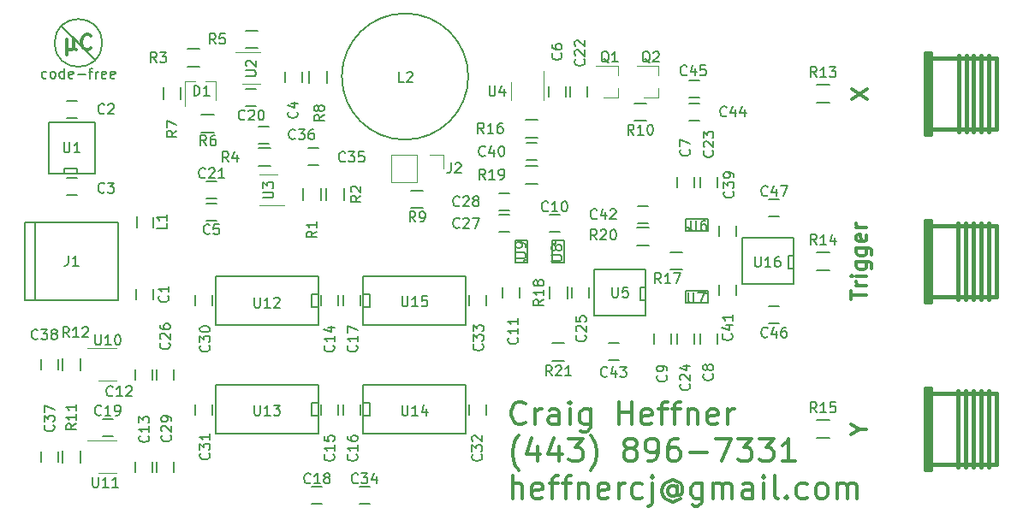
<source format=gto>
%TF.GenerationSoftware,KiCad,Pcbnew,4.0.7*%
%TF.CreationDate,2018-03-04T17:21:21-05:00*%
%TF.ProjectId,BusinessCard,427573696E657373436172642E6B6963,rev?*%
%TF.FileFunction,Legend,Top*%
%FSLAX46Y46*%
G04 Gerber Fmt 4.6, Leading zero omitted, Abs format (unit mm)*
G04 Created by KiCad (PCBNEW 4.0.7) date Sunday, March 04, 2018 'PMt' 05:21:21 PM*
%MOMM*%
%LPD*%
G01*
G04 APERTURE LIST*
%ADD10C,0.100000*%
%ADD11C,0.300000*%
%ADD12C,0.200000*%
%ADD13C,0.150000*%
%ADD14C,0.120000*%
%ADD15C,0.381000*%
%ADD16C,0.304800*%
G04 APERTURE END LIST*
D10*
D11*
X154729429Y-112622371D02*
X154622286Y-112729514D01*
X154300857Y-112836657D01*
X154086571Y-112836657D01*
X153765143Y-112729514D01*
X153550857Y-112515229D01*
X153443714Y-112300943D01*
X153336571Y-111872371D01*
X153336571Y-111550943D01*
X153443714Y-111122371D01*
X153550857Y-110908086D01*
X153765143Y-110693800D01*
X154086571Y-110586657D01*
X154300857Y-110586657D01*
X154622286Y-110693800D01*
X154729429Y-110800943D01*
X155693714Y-112836657D02*
X155693714Y-111336657D01*
X155693714Y-111765229D02*
X155800857Y-111550943D01*
X155908000Y-111443800D01*
X156122286Y-111336657D01*
X156336571Y-111336657D01*
X158050857Y-112836657D02*
X158050857Y-111658086D01*
X157943714Y-111443800D01*
X157729428Y-111336657D01*
X157300857Y-111336657D01*
X157086571Y-111443800D01*
X158050857Y-112729514D02*
X157836571Y-112836657D01*
X157300857Y-112836657D01*
X157086571Y-112729514D01*
X156979428Y-112515229D01*
X156979428Y-112300943D01*
X157086571Y-112086657D01*
X157300857Y-111979514D01*
X157836571Y-111979514D01*
X158050857Y-111872371D01*
X159122285Y-112836657D02*
X159122285Y-111336657D01*
X159122285Y-110586657D02*
X159015142Y-110693800D01*
X159122285Y-110800943D01*
X159229428Y-110693800D01*
X159122285Y-110586657D01*
X159122285Y-110800943D01*
X161158000Y-111336657D02*
X161158000Y-113158086D01*
X161050857Y-113372371D01*
X160943714Y-113479514D01*
X160729429Y-113586657D01*
X160408000Y-113586657D01*
X160193714Y-113479514D01*
X161158000Y-112729514D02*
X160943714Y-112836657D01*
X160515143Y-112836657D01*
X160300857Y-112729514D01*
X160193714Y-112622371D01*
X160086571Y-112408086D01*
X160086571Y-111765229D01*
X160193714Y-111550943D01*
X160300857Y-111443800D01*
X160515143Y-111336657D01*
X160943714Y-111336657D01*
X161158000Y-111443800D01*
X163943714Y-112836657D02*
X163943714Y-110586657D01*
X163943714Y-111658086D02*
X165229429Y-111658086D01*
X165229429Y-112836657D02*
X165229429Y-110586657D01*
X167158000Y-112729514D02*
X166943714Y-112836657D01*
X166515143Y-112836657D01*
X166300857Y-112729514D01*
X166193714Y-112515229D01*
X166193714Y-111658086D01*
X166300857Y-111443800D01*
X166515143Y-111336657D01*
X166943714Y-111336657D01*
X167158000Y-111443800D01*
X167265143Y-111658086D01*
X167265143Y-111872371D01*
X166193714Y-112086657D01*
X167908000Y-111336657D02*
X168765143Y-111336657D01*
X168229428Y-112836657D02*
X168229428Y-110908086D01*
X168336571Y-110693800D01*
X168550857Y-110586657D01*
X168765143Y-110586657D01*
X169193714Y-111336657D02*
X170050857Y-111336657D01*
X169515142Y-112836657D02*
X169515142Y-110908086D01*
X169622285Y-110693800D01*
X169836571Y-110586657D01*
X170050857Y-110586657D01*
X170800856Y-111336657D02*
X170800856Y-112836657D01*
X170800856Y-111550943D02*
X170907999Y-111443800D01*
X171122285Y-111336657D01*
X171443713Y-111336657D01*
X171657999Y-111443800D01*
X171765142Y-111658086D01*
X171765142Y-112836657D01*
X173693713Y-112729514D02*
X173479427Y-112836657D01*
X173050856Y-112836657D01*
X172836570Y-112729514D01*
X172729427Y-112515229D01*
X172729427Y-111658086D01*
X172836570Y-111443800D01*
X173050856Y-111336657D01*
X173479427Y-111336657D01*
X173693713Y-111443800D01*
X173800856Y-111658086D01*
X173800856Y-111872371D01*
X172729427Y-112086657D01*
X174765141Y-112836657D02*
X174765141Y-111336657D01*
X174765141Y-111765229D02*
X174872284Y-111550943D01*
X174979427Y-111443800D01*
X175193713Y-111336657D01*
X175407998Y-111336657D01*
X154086571Y-117368800D02*
X153979429Y-117261657D01*
X153765143Y-116940229D01*
X153658000Y-116725943D01*
X153550857Y-116404514D01*
X153443714Y-115868800D01*
X153443714Y-115440229D01*
X153550857Y-114904514D01*
X153658000Y-114583086D01*
X153765143Y-114368800D01*
X153979429Y-114047371D01*
X154086571Y-113940229D01*
X155908000Y-115011657D02*
X155908000Y-116511657D01*
X155372286Y-114154514D02*
X154836571Y-115761657D01*
X156229429Y-115761657D01*
X158050857Y-115011657D02*
X158050857Y-116511657D01*
X157515143Y-114154514D02*
X156979428Y-115761657D01*
X158372286Y-115761657D01*
X159015143Y-114261657D02*
X160408000Y-114261657D01*
X159658000Y-115118800D01*
X159979428Y-115118800D01*
X160193714Y-115225943D01*
X160300857Y-115333086D01*
X160408000Y-115547371D01*
X160408000Y-116083086D01*
X160300857Y-116297371D01*
X160193714Y-116404514D01*
X159979428Y-116511657D01*
X159336571Y-116511657D01*
X159122285Y-116404514D01*
X159015143Y-116297371D01*
X161158000Y-117368800D02*
X161265142Y-117261657D01*
X161479428Y-116940229D01*
X161586571Y-116725943D01*
X161693714Y-116404514D01*
X161800857Y-115868800D01*
X161800857Y-115440229D01*
X161693714Y-114904514D01*
X161586571Y-114583086D01*
X161479428Y-114368800D01*
X161265142Y-114047371D01*
X161158000Y-113940229D01*
X164908000Y-115225943D02*
X164693714Y-115118800D01*
X164586571Y-115011657D01*
X164479428Y-114797371D01*
X164479428Y-114690229D01*
X164586571Y-114475943D01*
X164693714Y-114368800D01*
X164908000Y-114261657D01*
X165336571Y-114261657D01*
X165550857Y-114368800D01*
X165658000Y-114475943D01*
X165765143Y-114690229D01*
X165765143Y-114797371D01*
X165658000Y-115011657D01*
X165550857Y-115118800D01*
X165336571Y-115225943D01*
X164908000Y-115225943D01*
X164693714Y-115333086D01*
X164586571Y-115440229D01*
X164479428Y-115654514D01*
X164479428Y-116083086D01*
X164586571Y-116297371D01*
X164693714Y-116404514D01*
X164908000Y-116511657D01*
X165336571Y-116511657D01*
X165550857Y-116404514D01*
X165658000Y-116297371D01*
X165765143Y-116083086D01*
X165765143Y-115654514D01*
X165658000Y-115440229D01*
X165550857Y-115333086D01*
X165336571Y-115225943D01*
X166836571Y-116511657D02*
X167265143Y-116511657D01*
X167479428Y-116404514D01*
X167586571Y-116297371D01*
X167800857Y-115975943D01*
X167908000Y-115547371D01*
X167908000Y-114690229D01*
X167800857Y-114475943D01*
X167693714Y-114368800D01*
X167479428Y-114261657D01*
X167050857Y-114261657D01*
X166836571Y-114368800D01*
X166729428Y-114475943D01*
X166622285Y-114690229D01*
X166622285Y-115225943D01*
X166729428Y-115440229D01*
X166836571Y-115547371D01*
X167050857Y-115654514D01*
X167479428Y-115654514D01*
X167693714Y-115547371D01*
X167800857Y-115440229D01*
X167908000Y-115225943D01*
X169836571Y-114261657D02*
X169408000Y-114261657D01*
X169193714Y-114368800D01*
X169086571Y-114475943D01*
X168872285Y-114797371D01*
X168765142Y-115225943D01*
X168765142Y-116083086D01*
X168872285Y-116297371D01*
X168979428Y-116404514D01*
X169193714Y-116511657D01*
X169622285Y-116511657D01*
X169836571Y-116404514D01*
X169943714Y-116297371D01*
X170050857Y-116083086D01*
X170050857Y-115547371D01*
X169943714Y-115333086D01*
X169836571Y-115225943D01*
X169622285Y-115118800D01*
X169193714Y-115118800D01*
X168979428Y-115225943D01*
X168872285Y-115333086D01*
X168765142Y-115547371D01*
X171015142Y-115654514D02*
X172729428Y-115654514D01*
X173586571Y-114261657D02*
X175086571Y-114261657D01*
X174122285Y-116511657D01*
X175729428Y-114261657D02*
X177122285Y-114261657D01*
X176372285Y-115118800D01*
X176693713Y-115118800D01*
X176907999Y-115225943D01*
X177015142Y-115333086D01*
X177122285Y-115547371D01*
X177122285Y-116083086D01*
X177015142Y-116297371D01*
X176907999Y-116404514D01*
X176693713Y-116511657D01*
X176050856Y-116511657D01*
X175836570Y-116404514D01*
X175729428Y-116297371D01*
X177872285Y-114261657D02*
X179265142Y-114261657D01*
X178515142Y-115118800D01*
X178836570Y-115118800D01*
X179050856Y-115225943D01*
X179157999Y-115333086D01*
X179265142Y-115547371D01*
X179265142Y-116083086D01*
X179157999Y-116297371D01*
X179050856Y-116404514D01*
X178836570Y-116511657D01*
X178193713Y-116511657D01*
X177979427Y-116404514D01*
X177872285Y-116297371D01*
X181407999Y-116511657D02*
X180122284Y-116511657D01*
X180765142Y-116511657D02*
X180765142Y-114261657D01*
X180550856Y-114583086D01*
X180336570Y-114797371D01*
X180122284Y-114904514D01*
X153443714Y-120186657D02*
X153443714Y-117936657D01*
X154408000Y-120186657D02*
X154408000Y-119008086D01*
X154300857Y-118793800D01*
X154086571Y-118686657D01*
X153765143Y-118686657D01*
X153550857Y-118793800D01*
X153443714Y-118900943D01*
X156336571Y-120079514D02*
X156122285Y-120186657D01*
X155693714Y-120186657D01*
X155479428Y-120079514D01*
X155372285Y-119865229D01*
X155372285Y-119008086D01*
X155479428Y-118793800D01*
X155693714Y-118686657D01*
X156122285Y-118686657D01*
X156336571Y-118793800D01*
X156443714Y-119008086D01*
X156443714Y-119222371D01*
X155372285Y-119436657D01*
X157086571Y-118686657D02*
X157943714Y-118686657D01*
X157407999Y-120186657D02*
X157407999Y-118258086D01*
X157515142Y-118043800D01*
X157729428Y-117936657D01*
X157943714Y-117936657D01*
X158372285Y-118686657D02*
X159229428Y-118686657D01*
X158693713Y-120186657D02*
X158693713Y-118258086D01*
X158800856Y-118043800D01*
X159015142Y-117936657D01*
X159229428Y-117936657D01*
X159979427Y-118686657D02*
X159979427Y-120186657D01*
X159979427Y-118900943D02*
X160086570Y-118793800D01*
X160300856Y-118686657D01*
X160622284Y-118686657D01*
X160836570Y-118793800D01*
X160943713Y-119008086D01*
X160943713Y-120186657D01*
X162872284Y-120079514D02*
X162657998Y-120186657D01*
X162229427Y-120186657D01*
X162015141Y-120079514D01*
X161907998Y-119865229D01*
X161907998Y-119008086D01*
X162015141Y-118793800D01*
X162229427Y-118686657D01*
X162657998Y-118686657D01*
X162872284Y-118793800D01*
X162979427Y-119008086D01*
X162979427Y-119222371D01*
X161907998Y-119436657D01*
X163943712Y-120186657D02*
X163943712Y-118686657D01*
X163943712Y-119115229D02*
X164050855Y-118900943D01*
X164157998Y-118793800D01*
X164372284Y-118686657D01*
X164586569Y-118686657D01*
X166300855Y-120079514D02*
X166086569Y-120186657D01*
X165657998Y-120186657D01*
X165443712Y-120079514D01*
X165336569Y-119972371D01*
X165229426Y-119758086D01*
X165229426Y-119115229D01*
X165336569Y-118900943D01*
X165443712Y-118793800D01*
X165657998Y-118686657D01*
X166086569Y-118686657D01*
X166300855Y-118793800D01*
X167265140Y-118686657D02*
X167265140Y-120615229D01*
X167157997Y-120829514D01*
X166943712Y-120936657D01*
X166836569Y-120936657D01*
X167265140Y-117936657D02*
X167157997Y-118043800D01*
X167265140Y-118150943D01*
X167372283Y-118043800D01*
X167265140Y-117936657D01*
X167265140Y-118150943D01*
X169729426Y-119115229D02*
X169622284Y-119008086D01*
X169407998Y-118900943D01*
X169193712Y-118900943D01*
X168979426Y-119008086D01*
X168872284Y-119115229D01*
X168765141Y-119329514D01*
X168765141Y-119543800D01*
X168872284Y-119758086D01*
X168979426Y-119865229D01*
X169193712Y-119972371D01*
X169407998Y-119972371D01*
X169622284Y-119865229D01*
X169729426Y-119758086D01*
X169729426Y-118900943D02*
X169729426Y-119758086D01*
X169836569Y-119865229D01*
X169943712Y-119865229D01*
X170157998Y-119758086D01*
X170265141Y-119543800D01*
X170265141Y-119008086D01*
X170050855Y-118686657D01*
X169729426Y-118472371D01*
X169300855Y-118365229D01*
X168872284Y-118472371D01*
X168550855Y-118686657D01*
X168336569Y-119008086D01*
X168229426Y-119436657D01*
X168336569Y-119865229D01*
X168550855Y-120186657D01*
X168872284Y-120400943D01*
X169300855Y-120508086D01*
X169729426Y-120400943D01*
X170050855Y-120186657D01*
X172193712Y-118686657D02*
X172193712Y-120508086D01*
X172086569Y-120722371D01*
X171979426Y-120829514D01*
X171765141Y-120936657D01*
X171443712Y-120936657D01*
X171229426Y-120829514D01*
X172193712Y-120079514D02*
X171979426Y-120186657D01*
X171550855Y-120186657D01*
X171336569Y-120079514D01*
X171229426Y-119972371D01*
X171122283Y-119758086D01*
X171122283Y-119115229D01*
X171229426Y-118900943D01*
X171336569Y-118793800D01*
X171550855Y-118686657D01*
X171979426Y-118686657D01*
X172193712Y-118793800D01*
X173265140Y-120186657D02*
X173265140Y-118686657D01*
X173265140Y-118900943D02*
X173372283Y-118793800D01*
X173586569Y-118686657D01*
X173907997Y-118686657D01*
X174122283Y-118793800D01*
X174229426Y-119008086D01*
X174229426Y-120186657D01*
X174229426Y-119008086D02*
X174336569Y-118793800D01*
X174550855Y-118686657D01*
X174872283Y-118686657D01*
X175086569Y-118793800D01*
X175193712Y-119008086D01*
X175193712Y-120186657D01*
X177229426Y-120186657D02*
X177229426Y-119008086D01*
X177122283Y-118793800D01*
X176907997Y-118686657D01*
X176479426Y-118686657D01*
X176265140Y-118793800D01*
X177229426Y-120079514D02*
X177015140Y-120186657D01*
X176479426Y-120186657D01*
X176265140Y-120079514D01*
X176157997Y-119865229D01*
X176157997Y-119650943D01*
X176265140Y-119436657D01*
X176479426Y-119329514D01*
X177015140Y-119329514D01*
X177229426Y-119222371D01*
X178300854Y-120186657D02*
X178300854Y-118686657D01*
X178300854Y-117936657D02*
X178193711Y-118043800D01*
X178300854Y-118150943D01*
X178407997Y-118043800D01*
X178300854Y-117936657D01*
X178300854Y-118150943D01*
X179693712Y-120186657D02*
X179479426Y-120079514D01*
X179372283Y-119865229D01*
X179372283Y-117936657D01*
X180550854Y-119972371D02*
X180657997Y-120079514D01*
X180550854Y-120186657D01*
X180443711Y-120079514D01*
X180550854Y-119972371D01*
X180550854Y-120186657D01*
X182586569Y-120079514D02*
X182372283Y-120186657D01*
X181943712Y-120186657D01*
X181729426Y-120079514D01*
X181622283Y-119972371D01*
X181515140Y-119758086D01*
X181515140Y-119115229D01*
X181622283Y-118900943D01*
X181729426Y-118793800D01*
X181943712Y-118686657D01*
X182372283Y-118686657D01*
X182586569Y-118793800D01*
X183872283Y-120186657D02*
X183657997Y-120079514D01*
X183550854Y-119972371D01*
X183443711Y-119758086D01*
X183443711Y-119115229D01*
X183550854Y-118900943D01*
X183657997Y-118793800D01*
X183872283Y-118686657D01*
X184193711Y-118686657D01*
X184407997Y-118793800D01*
X184515140Y-118900943D01*
X184622283Y-119115229D01*
X184622283Y-119758086D01*
X184515140Y-119972371D01*
X184407997Y-120079514D01*
X184193711Y-120186657D01*
X183872283Y-120186657D01*
X185586568Y-120186657D02*
X185586568Y-118686657D01*
X185586568Y-118900943D02*
X185693711Y-118793800D01*
X185907997Y-118686657D01*
X186229425Y-118686657D01*
X186443711Y-118793800D01*
X186550854Y-119008086D01*
X186550854Y-120186657D01*
X186550854Y-119008086D02*
X186657997Y-118793800D01*
X186872283Y-118686657D01*
X187193711Y-118686657D01*
X187407997Y-118793800D01*
X187515140Y-119008086D01*
X187515140Y-120186657D01*
D12*
X108864400Y-73431400D02*
X112166400Y-76733400D01*
X110515400Y-75082400D02*
X108864400Y-73431400D01*
X112877737Y-75082400D02*
G75*
G03X112877737Y-75082400I-2362337J0D01*
G01*
D11*
X109336829Y-74760971D02*
X109336829Y-76260971D01*
X110051115Y-75546686D02*
X110122543Y-75689543D01*
X110265400Y-75760971D01*
X109336829Y-75546686D02*
X109408257Y-75689543D01*
X109551115Y-75760971D01*
X109836829Y-75760971D01*
X109979686Y-75689543D01*
X110051115Y-75546686D01*
X110051115Y-74760971D01*
X111765401Y-75618114D02*
X111693972Y-75689543D01*
X111479686Y-75760971D01*
X111336829Y-75760971D01*
X111122544Y-75689543D01*
X110979686Y-75546686D01*
X110908258Y-75403829D01*
X110836829Y-75118114D01*
X110836829Y-74903829D01*
X110908258Y-74618114D01*
X110979686Y-74475257D01*
X111122544Y-74332400D01*
X111336829Y-74260971D01*
X111479686Y-74260971D01*
X111693972Y-74332400D01*
X111765401Y-74403829D01*
D12*
X107348733Y-78535162D02*
X107253495Y-78582781D01*
X107063018Y-78582781D01*
X106967780Y-78535162D01*
X106920161Y-78487543D01*
X106872542Y-78392305D01*
X106872542Y-78106590D01*
X106920161Y-78011352D01*
X106967780Y-77963733D01*
X107063018Y-77916114D01*
X107253495Y-77916114D01*
X107348733Y-77963733D01*
X107920161Y-78582781D02*
X107824923Y-78535162D01*
X107777304Y-78487543D01*
X107729685Y-78392305D01*
X107729685Y-78106590D01*
X107777304Y-78011352D01*
X107824923Y-77963733D01*
X107920161Y-77916114D01*
X108063019Y-77916114D01*
X108158257Y-77963733D01*
X108205876Y-78011352D01*
X108253495Y-78106590D01*
X108253495Y-78392305D01*
X108205876Y-78487543D01*
X108158257Y-78535162D01*
X108063019Y-78582781D01*
X107920161Y-78582781D01*
X109110638Y-78582781D02*
X109110638Y-77582781D01*
X109110638Y-78535162D02*
X109015400Y-78582781D01*
X108824923Y-78582781D01*
X108729685Y-78535162D01*
X108682066Y-78487543D01*
X108634447Y-78392305D01*
X108634447Y-78106590D01*
X108682066Y-78011352D01*
X108729685Y-77963733D01*
X108824923Y-77916114D01*
X109015400Y-77916114D01*
X109110638Y-77963733D01*
X109967781Y-78535162D02*
X109872543Y-78582781D01*
X109682066Y-78582781D01*
X109586828Y-78535162D01*
X109539209Y-78439924D01*
X109539209Y-78058971D01*
X109586828Y-77963733D01*
X109682066Y-77916114D01*
X109872543Y-77916114D01*
X109967781Y-77963733D01*
X110015400Y-78058971D01*
X110015400Y-78154210D01*
X109539209Y-78249448D01*
X110443971Y-78201829D02*
X111205876Y-78201829D01*
X111539209Y-77916114D02*
X111920161Y-77916114D01*
X111682066Y-78582781D02*
X111682066Y-77725638D01*
X111729685Y-77630400D01*
X111824923Y-77582781D01*
X111920161Y-77582781D01*
X112253495Y-78582781D02*
X112253495Y-77916114D01*
X112253495Y-78106590D02*
X112301114Y-78011352D01*
X112348733Y-77963733D01*
X112443971Y-77916114D01*
X112539210Y-77916114D01*
X113253496Y-78535162D02*
X113158258Y-78582781D01*
X112967781Y-78582781D01*
X112872543Y-78535162D01*
X112824924Y-78439924D01*
X112824924Y-78058971D01*
X112872543Y-77963733D01*
X112967781Y-77916114D01*
X113158258Y-77916114D01*
X113253496Y-77963733D01*
X113301115Y-78058971D01*
X113301115Y-78154210D01*
X112824924Y-78249448D01*
X114110639Y-78535162D02*
X114015401Y-78582781D01*
X113824924Y-78582781D01*
X113729686Y-78535162D01*
X113682067Y-78439924D01*
X113682067Y-78058971D01*
X113729686Y-77963733D01*
X113824924Y-77916114D01*
X114015401Y-77916114D01*
X114110639Y-77963733D01*
X114158258Y-78058971D01*
X114158258Y-78154210D01*
X113682067Y-78249448D01*
D13*
X106250820Y-92849360D02*
X106250820Y-100550640D01*
X105250060Y-92849360D02*
X105250060Y-100550640D01*
X105250060Y-100550640D02*
X114449940Y-100550640D01*
X114449940Y-100550640D02*
X114449940Y-92849360D01*
X114449940Y-92849360D02*
X105250060Y-92849360D01*
X117944000Y-100449000D02*
X117944000Y-99449000D01*
X116244000Y-99449000D02*
X116244000Y-100449000D01*
X109355000Y-82511000D02*
X110355000Y-82511000D01*
X110355000Y-80811000D02*
X109355000Y-80811000D01*
X110355000Y-88431000D02*
X109355000Y-88431000D01*
X109355000Y-90131000D02*
X110355000Y-90131000D01*
X132625200Y-78986000D02*
X132625200Y-77986000D01*
X130925200Y-77986000D02*
X130925200Y-78986000D01*
X123198000Y-92671000D02*
X124198000Y-92671000D01*
X124198000Y-90971000D02*
X123198000Y-90971000D01*
X157011000Y-79383000D02*
X157011000Y-80383000D01*
X158711000Y-80383000D02*
X158711000Y-79383000D01*
X169711000Y-88400000D02*
X169711000Y-89400000D01*
X171411000Y-89400000D02*
X171411000Y-88400000D01*
X173697000Y-104894000D02*
X173697000Y-103894000D01*
X171997000Y-103894000D02*
X171997000Y-104894000D01*
X169125000Y-104894000D02*
X169125000Y-103894000D01*
X167425000Y-103894000D02*
X167425000Y-104894000D01*
X157107000Y-93814000D02*
X158107000Y-93814000D01*
X158107000Y-92114000D02*
X157107000Y-92114000D01*
X154139000Y-100322000D02*
X154139000Y-99322000D01*
X152439000Y-99322000D02*
X152439000Y-100322000D01*
X117817000Y-108450000D02*
X117817000Y-107450000D01*
X116117000Y-107450000D02*
X116117000Y-108450000D01*
X117817000Y-117594000D02*
X117817000Y-116594000D01*
X116117000Y-116594000D02*
X116117000Y-117594000D01*
X136232000Y-101084000D02*
X136232000Y-100084000D01*
X134532000Y-100084000D02*
X134532000Y-101084000D01*
X134532000Y-110879000D02*
X134532000Y-111879000D01*
X136232000Y-111879000D02*
X136232000Y-110879000D01*
X138391000Y-111879000D02*
X138391000Y-110879000D01*
X136691000Y-110879000D02*
X136691000Y-111879000D01*
X138391000Y-101084000D02*
X138391000Y-100084000D01*
X136691000Y-100084000D02*
X136691000Y-101084000D01*
X134612000Y-119038000D02*
X133612000Y-119038000D01*
X133612000Y-120738000D02*
X134612000Y-120738000D01*
X112911000Y-114007000D02*
X113911000Y-114007000D01*
X113911000Y-112307000D02*
X112911000Y-112307000D01*
X127084200Y-81317200D02*
X128084200Y-81317200D01*
X128084200Y-79617200D02*
X127084200Y-79617200D01*
X124198000Y-88812000D02*
X123198000Y-88812000D01*
X123198000Y-90512000D02*
X124198000Y-90512000D01*
X159170000Y-79383000D02*
X159170000Y-80383000D01*
X160870000Y-80383000D02*
X160870000Y-79383000D01*
X173697000Y-89400000D02*
X173697000Y-88400000D01*
X171997000Y-88400000D02*
X171997000Y-89400000D01*
X169711000Y-103894000D02*
X169711000Y-104894000D01*
X171411000Y-104894000D02*
X171411000Y-103894000D01*
X159297000Y-99322000D02*
X159297000Y-100322000D01*
X160997000Y-100322000D02*
X160997000Y-99322000D01*
X118276000Y-107450000D02*
X118276000Y-108450000D01*
X119976000Y-108450000D02*
X119976000Y-107450000D01*
X152154000Y-93814000D02*
X153154000Y-93814000D01*
X153154000Y-92114000D02*
X152154000Y-92114000D01*
X152154000Y-91655000D02*
X153154000Y-91655000D01*
X153154000Y-89955000D02*
X152154000Y-89955000D01*
X118276000Y-116594000D02*
X118276000Y-117594000D01*
X119976000Y-117594000D02*
X119976000Y-116594000D01*
X122086000Y-100084000D02*
X122086000Y-101084000D01*
X123786000Y-101084000D02*
X123786000Y-100084000D01*
X122086000Y-110879000D02*
X122086000Y-111879000D01*
X123786000Y-111879000D02*
X123786000Y-110879000D01*
X150837000Y-111879000D02*
X150837000Y-110879000D01*
X149137000Y-110879000D02*
X149137000Y-111879000D01*
X150837000Y-101084000D02*
X150837000Y-100084000D01*
X149137000Y-100084000D02*
X149137000Y-101084000D01*
X139311000Y-119038000D02*
X138311000Y-119038000D01*
X138311000Y-120738000D02*
X139311000Y-120738000D01*
X134231000Y-85510000D02*
X133231000Y-85510000D01*
X133231000Y-87210000D02*
X134231000Y-87210000D01*
X129328800Y-83376400D02*
X128328800Y-83376400D01*
X128328800Y-85076400D02*
X129328800Y-85076400D01*
X108546000Y-116578000D02*
X108546000Y-115578000D01*
X106846000Y-115578000D02*
X106846000Y-116578000D01*
X108546000Y-107434000D02*
X108546000Y-106434000D01*
X106846000Y-106434000D02*
X106846000Y-107434000D01*
X173902000Y-93226000D02*
X173902000Y-94226000D01*
X175602000Y-94226000D02*
X175602000Y-93226000D01*
X154821000Y-86702000D02*
X155821000Y-86702000D01*
X155821000Y-85002000D02*
X154821000Y-85002000D01*
X175602000Y-100068000D02*
X175602000Y-99068000D01*
X173902000Y-99068000D02*
X173902000Y-100068000D01*
X165870000Y-92925000D02*
X166870000Y-92925000D01*
X166870000Y-91225000D02*
X165870000Y-91225000D01*
X163949000Y-104814000D02*
X162949000Y-104814000D01*
X162949000Y-106514000D02*
X163949000Y-106514000D01*
D14*
X123080400Y-78856800D02*
X124130400Y-78856800D01*
X124130400Y-78856800D02*
X124130400Y-80706800D01*
X121080400Y-78856800D02*
X122080400Y-78856800D01*
X121070400Y-78876800D02*
X121070400Y-81306800D01*
X141418000Y-86173000D02*
X141418000Y-88833000D01*
X144018000Y-86173000D02*
X141418000Y-86173000D01*
X144018000Y-88833000D02*
X141418000Y-88833000D01*
X144018000Y-86173000D02*
X144018000Y-88833000D01*
X145288000Y-86173000D02*
X146618000Y-86173000D01*
X146618000Y-86173000D02*
X146618000Y-87503000D01*
D15*
X200571100Y-76362560D02*
X200571100Y-83860640D01*
X199821800Y-83860640D02*
X199821800Y-76362560D01*
X199069960Y-76362560D02*
X199069960Y-83860640D01*
X197571360Y-83860640D02*
X197571360Y-76362560D01*
X198320660Y-76362560D02*
X198320660Y-83860640D01*
X201320400Y-83611720D02*
X201320400Y-76611480D01*
X201320400Y-76611480D02*
X200820020Y-76611480D01*
X194820540Y-84112100D02*
X194320160Y-84112100D01*
X194820540Y-76111100D02*
X194320160Y-76111100D01*
X194571620Y-76111100D02*
X194571620Y-84112100D01*
X194820540Y-84112100D02*
X194820540Y-76111100D01*
X201320400Y-83611720D02*
X194320160Y-83611720D01*
X194320160Y-84112100D02*
X194320160Y-76111100D01*
X194320160Y-76611480D02*
X200820020Y-76611480D01*
X200545700Y-92948760D02*
X200545700Y-100446840D01*
X199796400Y-100446840D02*
X199796400Y-92948760D01*
X199044560Y-92948760D02*
X199044560Y-100446840D01*
X197545960Y-100446840D02*
X197545960Y-92948760D01*
X198295260Y-92948760D02*
X198295260Y-100446840D01*
X201295000Y-100197920D02*
X201295000Y-93197680D01*
X201295000Y-93197680D02*
X200794620Y-93197680D01*
X194795140Y-100698300D02*
X194294760Y-100698300D01*
X194795140Y-92697300D02*
X194294760Y-92697300D01*
X194546220Y-92697300D02*
X194546220Y-100698300D01*
X194795140Y-100698300D02*
X194795140Y-92697300D01*
X201295000Y-100197920D02*
X194294760Y-100197920D01*
X194294760Y-100698300D02*
X194294760Y-92697300D01*
X194294760Y-93197680D02*
X200794620Y-93197680D01*
X200545700Y-109560360D02*
X200545700Y-117058440D01*
X199796400Y-117058440D02*
X199796400Y-109560360D01*
X199044560Y-109560360D02*
X199044560Y-117058440D01*
X197545960Y-117058440D02*
X197545960Y-109560360D01*
X198295260Y-109560360D02*
X198295260Y-117058440D01*
X201295000Y-116809520D02*
X201295000Y-109809280D01*
X201295000Y-109809280D02*
X200794620Y-109809280D01*
X194795140Y-117309900D02*
X194294760Y-117309900D01*
X194795140Y-109308900D02*
X194294760Y-109308900D01*
X194546220Y-109308900D02*
X194546220Y-117309900D01*
X194795140Y-117309900D02*
X194795140Y-109308900D01*
X201295000Y-116809520D02*
X194294760Y-116809520D01*
X194294760Y-117309900D02*
X194294760Y-109308900D01*
X194294760Y-109809280D02*
X200794620Y-109809280D01*
D13*
X117894100Y-93388180D02*
X117894100Y-92336620D01*
X116293900Y-92285820D02*
X116293900Y-93337380D01*
X149075000Y-78409800D02*
G75*
G03X149075000Y-78409800I-6250800J0D01*
G01*
D14*
X163878800Y-80523200D02*
X163878800Y-79593200D01*
X163878800Y-77363200D02*
X163878800Y-78293200D01*
X163878800Y-77363200D02*
X161718800Y-77363200D01*
X163878800Y-80523200D02*
X162418800Y-80523200D01*
X167892000Y-80523200D02*
X167892000Y-79593200D01*
X167892000Y-77363200D02*
X167892000Y-78293200D01*
X167892000Y-77363200D02*
X165732000Y-77363200D01*
X167892000Y-80523200D02*
X166432000Y-80523200D01*
D13*
X134479000Y-89443000D02*
X134479000Y-90643000D01*
X132729000Y-90643000D02*
X132729000Y-89443000D01*
X135015000Y-90643000D02*
X135015000Y-89443000D01*
X136765000Y-89443000D02*
X136765000Y-90643000D01*
X122469200Y-77430600D02*
X121269200Y-77430600D01*
X121269200Y-75680600D02*
X122469200Y-75680600D01*
X128330400Y-85485000D02*
X129530400Y-85485000D01*
X129530400Y-87235000D02*
X128330400Y-87235000D01*
X128260400Y-75601800D02*
X127060400Y-75601800D01*
X127060400Y-73851800D02*
X128260400Y-73851800D01*
X122691600Y-82183000D02*
X123891600Y-82183000D01*
X123891600Y-83933000D02*
X122691600Y-83933000D01*
X120661400Y-79460800D02*
X120661400Y-80660800D01*
X118911400Y-80660800D02*
X118911400Y-79460800D01*
X133338600Y-79086000D02*
X133338600Y-77886000D01*
X135088600Y-77886000D02*
X135088600Y-79086000D01*
X144618000Y-91426000D02*
X143418000Y-91426000D01*
X143418000Y-89676000D02*
X144618000Y-89676000D01*
X165490600Y-81040000D02*
X166690600Y-81040000D01*
X166690600Y-82790000D02*
X165490600Y-82790000D01*
X110730000Y-115478000D02*
X110730000Y-116678000D01*
X108980000Y-116678000D02*
X108980000Y-115478000D01*
X108980000Y-107534000D02*
X108980000Y-106334000D01*
X110730000Y-106334000D02*
X110730000Y-107534000D01*
X184775400Y-80986600D02*
X183575400Y-80986600D01*
X183575400Y-79236600D02*
X184775400Y-79236600D01*
X184775400Y-97572800D02*
X183575400Y-97572800D01*
X183575400Y-95822800D02*
X184775400Y-95822800D01*
X184775400Y-114184400D02*
X183575400Y-114184400D01*
X183575400Y-112434400D02*
X184775400Y-112434400D01*
X155921000Y-84441000D02*
X154721000Y-84441000D01*
X154721000Y-82691000D02*
X155921000Y-82691000D01*
X169072000Y-95772000D02*
X170272000Y-95772000D01*
X170272000Y-97522000D02*
X169072000Y-97522000D01*
X158863000Y-99222000D02*
X158863000Y-100422000D01*
X157113000Y-100422000D02*
X157113000Y-99222000D01*
X154721000Y-87263000D02*
X155921000Y-87263000D01*
X155921000Y-89013000D02*
X154721000Y-89013000D01*
X165770000Y-93359000D02*
X166970000Y-93359000D01*
X166970000Y-95109000D02*
X165770000Y-95109000D01*
X158588000Y-106539000D02*
X157388000Y-106539000D01*
X157388000Y-104789000D02*
X158588000Y-104789000D01*
X107569000Y-88011000D02*
X107569000Y-82931000D01*
X107569000Y-82931000D02*
X112141000Y-82931000D01*
X112141000Y-82931000D02*
X112141000Y-88011000D01*
X112141000Y-88011000D02*
X107569000Y-88011000D01*
X109093000Y-88011000D02*
X109093000Y-87503000D01*
X109093000Y-87503000D02*
X110363000Y-87503000D01*
X110363000Y-87503000D02*
X110363000Y-88011000D01*
D14*
X126704200Y-79106200D02*
X128464200Y-79106200D01*
X128464200Y-76036200D02*
X126034200Y-76036200D01*
X130166000Y-88102000D02*
X128406000Y-88102000D01*
X128406000Y-91172000D02*
X130836000Y-91172000D01*
X153330000Y-78983000D02*
X153330000Y-80783000D01*
X156550000Y-80783000D02*
X156550000Y-77833000D01*
D13*
X170604000Y-93391000D02*
X170904000Y-93391000D01*
X170904000Y-93391000D02*
X170904000Y-93691000D01*
X172804000Y-92491000D02*
X170604000Y-92491000D01*
X170604000Y-92491000D02*
X170604000Y-93691000D01*
X170604000Y-93691000D02*
X172804000Y-93691000D01*
X172804000Y-93691000D02*
X172804000Y-92491000D01*
X172804000Y-99903000D02*
X172504000Y-99903000D01*
X172504000Y-99903000D02*
X172504000Y-99603000D01*
X170604000Y-100803000D02*
X172804000Y-100803000D01*
X172804000Y-100803000D02*
X172804000Y-99603000D01*
X172804000Y-99603000D02*
X170604000Y-99603000D01*
X170604000Y-99603000D02*
X170604000Y-100803000D01*
X157688000Y-94658000D02*
X157688000Y-94958000D01*
X157688000Y-94958000D02*
X157388000Y-94958000D01*
X158588000Y-96858000D02*
X158588000Y-94658000D01*
X158588000Y-94658000D02*
X157388000Y-94658000D01*
X157388000Y-94658000D02*
X157388000Y-96858000D01*
X157388000Y-96858000D02*
X158588000Y-96858000D01*
X154605000Y-96858000D02*
X154605000Y-96558000D01*
X154605000Y-96558000D02*
X154905000Y-96558000D01*
X153705000Y-94658000D02*
X153705000Y-96858000D01*
X153705000Y-96858000D02*
X154905000Y-96858000D01*
X154905000Y-96858000D02*
X154905000Y-94658000D01*
X154905000Y-94658000D02*
X153705000Y-94658000D01*
D14*
X112511000Y-108544000D02*
X114311000Y-108544000D01*
X114311000Y-105324000D02*
X111361000Y-105324000D01*
X112511000Y-117688000D02*
X114311000Y-117688000D01*
X114311000Y-114468000D02*
X111361000Y-114468000D01*
D13*
X124079000Y-102997000D02*
X124079000Y-98171000D01*
X124079000Y-98171000D02*
X134239000Y-98171000D01*
X134239000Y-98171000D02*
X134239000Y-102997000D01*
X134239000Y-102997000D02*
X124079000Y-102997000D01*
X134239000Y-101219000D02*
X133604000Y-101219000D01*
X133604000Y-101219000D02*
X133604000Y-99949000D01*
X133604000Y-99949000D02*
X134239000Y-99949000D01*
X124079000Y-113792000D02*
X124079000Y-108966000D01*
X124079000Y-108966000D02*
X134239000Y-108966000D01*
X134239000Y-108966000D02*
X134239000Y-113792000D01*
X134239000Y-113792000D02*
X124079000Y-113792000D01*
X134239000Y-112014000D02*
X133604000Y-112014000D01*
X133604000Y-112014000D02*
X133604000Y-110744000D01*
X133604000Y-110744000D02*
X134239000Y-110744000D01*
X148844000Y-108966000D02*
X148844000Y-113792000D01*
X148844000Y-113792000D02*
X138684000Y-113792000D01*
X138684000Y-113792000D02*
X138684000Y-108966000D01*
X138684000Y-108966000D02*
X148844000Y-108966000D01*
X138684000Y-110744000D02*
X139319000Y-110744000D01*
X139319000Y-110744000D02*
X139319000Y-112014000D01*
X139319000Y-112014000D02*
X138684000Y-112014000D01*
X148844000Y-98171000D02*
X148844000Y-102997000D01*
X148844000Y-102997000D02*
X138684000Y-102997000D01*
X138684000Y-102997000D02*
X138684000Y-98171000D01*
X138684000Y-98171000D02*
X148844000Y-98171000D01*
X138684000Y-99949000D02*
X139319000Y-99949000D01*
X139319000Y-99949000D02*
X139319000Y-101219000D01*
X139319000Y-101219000D02*
X138684000Y-101219000D01*
X171950000Y-81065000D02*
X170950000Y-81065000D01*
X170950000Y-82765000D02*
X171950000Y-82765000D01*
X170950000Y-80479000D02*
X171950000Y-80479000D01*
X171950000Y-78779000D02*
X170950000Y-78779000D01*
X178824000Y-102831000D02*
X179824000Y-102831000D01*
X179824000Y-101131000D02*
X178824000Y-101131000D01*
X178824000Y-92290000D02*
X179824000Y-92290000D01*
X179824000Y-90590000D02*
X178824000Y-90590000D01*
X166624000Y-102108000D02*
X161544000Y-102108000D01*
X161544000Y-102108000D02*
X161544000Y-97536000D01*
X161544000Y-97536000D02*
X166624000Y-97536000D01*
X166624000Y-97536000D02*
X166624000Y-102108000D01*
X166624000Y-100584000D02*
X166116000Y-100584000D01*
X166116000Y-100584000D02*
X166116000Y-99314000D01*
X166116000Y-99314000D02*
X166624000Y-99314000D01*
X181254400Y-98983800D02*
X176174400Y-98983800D01*
X176174400Y-98983800D02*
X176174400Y-94411800D01*
X176174400Y-94411800D02*
X181254400Y-94411800D01*
X181254400Y-94411800D02*
X181254400Y-98983800D01*
X181254400Y-97459800D02*
X180746400Y-97459800D01*
X180746400Y-97459800D02*
X180746400Y-96189800D01*
X180746400Y-96189800D02*
X181254400Y-96189800D01*
X109516667Y-96152381D02*
X109516667Y-96866667D01*
X109469047Y-97009524D01*
X109373809Y-97104762D01*
X109230952Y-97152381D01*
X109135714Y-97152381D01*
X110516667Y-97152381D02*
X109945238Y-97152381D01*
X110230952Y-97152381D02*
X110230952Y-96152381D01*
X110135714Y-96295238D01*
X110040476Y-96390476D01*
X109945238Y-96438095D01*
X119356143Y-100115666D02*
X119403762Y-100163285D01*
X119451381Y-100306142D01*
X119451381Y-100401380D01*
X119403762Y-100544238D01*
X119308524Y-100639476D01*
X119213286Y-100687095D01*
X119022810Y-100734714D01*
X118879952Y-100734714D01*
X118689476Y-100687095D01*
X118594238Y-100639476D01*
X118499000Y-100544238D01*
X118451381Y-100401380D01*
X118451381Y-100306142D01*
X118499000Y-100163285D01*
X118546619Y-100115666D01*
X119451381Y-99163285D02*
X119451381Y-99734714D01*
X119451381Y-99449000D02*
X118451381Y-99449000D01*
X118594238Y-99544238D01*
X118689476Y-99639476D01*
X118737095Y-99734714D01*
X113091934Y-82018143D02*
X113044315Y-82065762D01*
X112901458Y-82113381D01*
X112806220Y-82113381D01*
X112663362Y-82065762D01*
X112568124Y-81970524D01*
X112520505Y-81875286D01*
X112472886Y-81684810D01*
X112472886Y-81541952D01*
X112520505Y-81351476D01*
X112568124Y-81256238D01*
X112663362Y-81161000D01*
X112806220Y-81113381D01*
X112901458Y-81113381D01*
X113044315Y-81161000D01*
X113091934Y-81208619D01*
X113472886Y-81208619D02*
X113520505Y-81161000D01*
X113615743Y-81113381D01*
X113853839Y-81113381D01*
X113949077Y-81161000D01*
X113996696Y-81208619D01*
X114044315Y-81303857D01*
X114044315Y-81399095D01*
X113996696Y-81541952D01*
X113425267Y-82113381D01*
X114044315Y-82113381D01*
X113091934Y-89841343D02*
X113044315Y-89888962D01*
X112901458Y-89936581D01*
X112806220Y-89936581D01*
X112663362Y-89888962D01*
X112568124Y-89793724D01*
X112520505Y-89698486D01*
X112472886Y-89508010D01*
X112472886Y-89365152D01*
X112520505Y-89174676D01*
X112568124Y-89079438D01*
X112663362Y-88984200D01*
X112806220Y-88936581D01*
X112901458Y-88936581D01*
X113044315Y-88984200D01*
X113091934Y-89031819D01*
X113425267Y-88936581D02*
X114044315Y-88936581D01*
X113710981Y-89317533D01*
X113853839Y-89317533D01*
X113949077Y-89365152D01*
X113996696Y-89412771D01*
X114044315Y-89508010D01*
X114044315Y-89746105D01*
X113996696Y-89841343D01*
X113949077Y-89888962D01*
X113853839Y-89936581D01*
X113568124Y-89936581D01*
X113472886Y-89888962D01*
X113425267Y-89841343D01*
X132132343Y-81903866D02*
X132179962Y-81951485D01*
X132227581Y-82094342D01*
X132227581Y-82189580D01*
X132179962Y-82332438D01*
X132084724Y-82427676D01*
X131989486Y-82475295D01*
X131799010Y-82522914D01*
X131656152Y-82522914D01*
X131465676Y-82475295D01*
X131370438Y-82427676D01*
X131275200Y-82332438D01*
X131227581Y-82189580D01*
X131227581Y-82094342D01*
X131275200Y-81951485D01*
X131322819Y-81903866D01*
X131560914Y-81046723D02*
X132227581Y-81046723D01*
X131179962Y-81284819D02*
X131894248Y-81522914D01*
X131894248Y-80903866D01*
X123505934Y-93930743D02*
X123458315Y-93978362D01*
X123315458Y-94025981D01*
X123220220Y-94025981D01*
X123077362Y-93978362D01*
X122982124Y-93883124D01*
X122934505Y-93787886D01*
X122886886Y-93597410D01*
X122886886Y-93454552D01*
X122934505Y-93264076D01*
X122982124Y-93168838D01*
X123077362Y-93073600D01*
X123220220Y-93025981D01*
X123315458Y-93025981D01*
X123458315Y-93073600D01*
X123505934Y-93121219D01*
X124410696Y-93025981D02*
X123934505Y-93025981D01*
X123886886Y-93502171D01*
X123934505Y-93454552D01*
X124029743Y-93406933D01*
X124267839Y-93406933D01*
X124363077Y-93454552D01*
X124410696Y-93502171D01*
X124458315Y-93597410D01*
X124458315Y-93835505D01*
X124410696Y-93930743D01*
X124363077Y-93978362D01*
X124267839Y-94025981D01*
X124029743Y-94025981D01*
X123934505Y-93978362D01*
X123886886Y-93930743D01*
X158243543Y-76112666D02*
X158291162Y-76160285D01*
X158338781Y-76303142D01*
X158338781Y-76398380D01*
X158291162Y-76541238D01*
X158195924Y-76636476D01*
X158100686Y-76684095D01*
X157910210Y-76731714D01*
X157767352Y-76731714D01*
X157576876Y-76684095D01*
X157481638Y-76636476D01*
X157386400Y-76541238D01*
X157338781Y-76398380D01*
X157338781Y-76303142D01*
X157386400Y-76160285D01*
X157434019Y-76112666D01*
X157338781Y-75255523D02*
X157338781Y-75446000D01*
X157386400Y-75541238D01*
X157434019Y-75588857D01*
X157576876Y-75684095D01*
X157767352Y-75731714D01*
X158148305Y-75731714D01*
X158243543Y-75684095D01*
X158291162Y-75636476D01*
X158338781Y-75541238D01*
X158338781Y-75350761D01*
X158291162Y-75255523D01*
X158243543Y-75207904D01*
X158148305Y-75160285D01*
X157910210Y-75160285D01*
X157814971Y-75207904D01*
X157767352Y-75255523D01*
X157719733Y-75350761D01*
X157719733Y-75541238D01*
X157767352Y-75636476D01*
X157814971Y-75684095D01*
X157910210Y-75731714D01*
X170918143Y-85637666D02*
X170965762Y-85685285D01*
X171013381Y-85828142D01*
X171013381Y-85923380D01*
X170965762Y-86066238D01*
X170870524Y-86161476D01*
X170775286Y-86209095D01*
X170584810Y-86256714D01*
X170441952Y-86256714D01*
X170251476Y-86209095D01*
X170156238Y-86161476D01*
X170061000Y-86066238D01*
X170013381Y-85923380D01*
X170013381Y-85828142D01*
X170061000Y-85685285D01*
X170108619Y-85637666D01*
X170013381Y-85304333D02*
X170013381Y-84637666D01*
X171013381Y-85066238D01*
X173204143Y-107862666D02*
X173251762Y-107910285D01*
X173299381Y-108053142D01*
X173299381Y-108148380D01*
X173251762Y-108291238D01*
X173156524Y-108386476D01*
X173061286Y-108434095D01*
X172870810Y-108481714D01*
X172727952Y-108481714D01*
X172537476Y-108434095D01*
X172442238Y-108386476D01*
X172347000Y-108291238D01*
X172299381Y-108148380D01*
X172299381Y-108053142D01*
X172347000Y-107910285D01*
X172394619Y-107862666D01*
X172727952Y-107291238D02*
X172680333Y-107386476D01*
X172632714Y-107434095D01*
X172537476Y-107481714D01*
X172489857Y-107481714D01*
X172394619Y-107434095D01*
X172347000Y-107386476D01*
X172299381Y-107291238D01*
X172299381Y-107100761D01*
X172347000Y-107005523D01*
X172394619Y-106957904D01*
X172489857Y-106910285D01*
X172537476Y-106910285D01*
X172632714Y-106957904D01*
X172680333Y-107005523D01*
X172727952Y-107100761D01*
X172727952Y-107291238D01*
X172775571Y-107386476D01*
X172823190Y-107434095D01*
X172918429Y-107481714D01*
X173108905Y-107481714D01*
X173204143Y-107434095D01*
X173251762Y-107386476D01*
X173299381Y-107291238D01*
X173299381Y-107100761D01*
X173251762Y-107005523D01*
X173204143Y-106957904D01*
X173108905Y-106910285D01*
X172918429Y-106910285D01*
X172823190Y-106957904D01*
X172775571Y-107005523D01*
X172727952Y-107100761D01*
X168632143Y-107989666D02*
X168679762Y-108037285D01*
X168727381Y-108180142D01*
X168727381Y-108275380D01*
X168679762Y-108418238D01*
X168584524Y-108513476D01*
X168489286Y-108561095D01*
X168298810Y-108608714D01*
X168155952Y-108608714D01*
X167965476Y-108561095D01*
X167870238Y-108513476D01*
X167775000Y-108418238D01*
X167727381Y-108275380D01*
X167727381Y-108180142D01*
X167775000Y-108037285D01*
X167822619Y-107989666D01*
X168727381Y-107513476D02*
X168727381Y-107323000D01*
X168679762Y-107227761D01*
X168632143Y-107180142D01*
X168489286Y-107084904D01*
X168298810Y-107037285D01*
X167917857Y-107037285D01*
X167822619Y-107084904D01*
X167775000Y-107132523D01*
X167727381Y-107227761D01*
X167727381Y-107418238D01*
X167775000Y-107513476D01*
X167822619Y-107561095D01*
X167917857Y-107608714D01*
X168155952Y-107608714D01*
X168251190Y-107561095D01*
X168298810Y-107513476D01*
X168346429Y-107418238D01*
X168346429Y-107227761D01*
X168298810Y-107132523D01*
X168251190Y-107084904D01*
X168155952Y-107037285D01*
X156964143Y-91670143D02*
X156916524Y-91717762D01*
X156773667Y-91765381D01*
X156678429Y-91765381D01*
X156535571Y-91717762D01*
X156440333Y-91622524D01*
X156392714Y-91527286D01*
X156345095Y-91336810D01*
X156345095Y-91193952D01*
X156392714Y-91003476D01*
X156440333Y-90908238D01*
X156535571Y-90813000D01*
X156678429Y-90765381D01*
X156773667Y-90765381D01*
X156916524Y-90813000D01*
X156964143Y-90860619D01*
X157916524Y-91765381D02*
X157345095Y-91765381D01*
X157630809Y-91765381D02*
X157630809Y-90765381D01*
X157535571Y-90908238D01*
X157440333Y-91003476D01*
X157345095Y-91051095D01*
X158535571Y-90765381D02*
X158630810Y-90765381D01*
X158726048Y-90813000D01*
X158773667Y-90860619D01*
X158821286Y-90955857D01*
X158868905Y-91146333D01*
X158868905Y-91384429D01*
X158821286Y-91574905D01*
X158773667Y-91670143D01*
X158726048Y-91717762D01*
X158630810Y-91765381D01*
X158535571Y-91765381D01*
X158440333Y-91717762D01*
X158392714Y-91670143D01*
X158345095Y-91574905D01*
X158297476Y-91384429D01*
X158297476Y-91146333D01*
X158345095Y-90955857D01*
X158392714Y-90860619D01*
X158440333Y-90813000D01*
X158535571Y-90765381D01*
X153900143Y-104274857D02*
X153947762Y-104322476D01*
X153995381Y-104465333D01*
X153995381Y-104560571D01*
X153947762Y-104703429D01*
X153852524Y-104798667D01*
X153757286Y-104846286D01*
X153566810Y-104893905D01*
X153423952Y-104893905D01*
X153233476Y-104846286D01*
X153138238Y-104798667D01*
X153043000Y-104703429D01*
X152995381Y-104560571D01*
X152995381Y-104465333D01*
X153043000Y-104322476D01*
X153090619Y-104274857D01*
X153995381Y-103322476D02*
X153995381Y-103893905D01*
X153995381Y-103608191D02*
X152995381Y-103608191D01*
X153138238Y-103703429D01*
X153233476Y-103798667D01*
X153281095Y-103893905D01*
X153995381Y-102370095D02*
X153995381Y-102941524D01*
X153995381Y-102655810D02*
X152995381Y-102655810D01*
X153138238Y-102751048D01*
X153233476Y-102846286D01*
X153281095Y-102941524D01*
X113911143Y-109958143D02*
X113863524Y-110005762D01*
X113720667Y-110053381D01*
X113625429Y-110053381D01*
X113482571Y-110005762D01*
X113387333Y-109910524D01*
X113339714Y-109815286D01*
X113292095Y-109624810D01*
X113292095Y-109481952D01*
X113339714Y-109291476D01*
X113387333Y-109196238D01*
X113482571Y-109101000D01*
X113625429Y-109053381D01*
X113720667Y-109053381D01*
X113863524Y-109101000D01*
X113911143Y-109148619D01*
X114863524Y-110053381D02*
X114292095Y-110053381D01*
X114577809Y-110053381D02*
X114577809Y-109053381D01*
X114482571Y-109196238D01*
X114387333Y-109291476D01*
X114292095Y-109339095D01*
X115244476Y-109148619D02*
X115292095Y-109101000D01*
X115387333Y-109053381D01*
X115625429Y-109053381D01*
X115720667Y-109101000D01*
X115768286Y-109148619D01*
X115815905Y-109243857D01*
X115815905Y-109339095D01*
X115768286Y-109481952D01*
X115196857Y-110053381D01*
X115815905Y-110053381D01*
X117425743Y-113977657D02*
X117473362Y-114025276D01*
X117520981Y-114168133D01*
X117520981Y-114263371D01*
X117473362Y-114406229D01*
X117378124Y-114501467D01*
X117282886Y-114549086D01*
X117092410Y-114596705D01*
X116949552Y-114596705D01*
X116759076Y-114549086D01*
X116663838Y-114501467D01*
X116568600Y-114406229D01*
X116520981Y-114263371D01*
X116520981Y-114168133D01*
X116568600Y-114025276D01*
X116616219Y-113977657D01*
X117520981Y-113025276D02*
X117520981Y-113596705D01*
X117520981Y-113310991D02*
X116520981Y-113310991D01*
X116663838Y-113406229D01*
X116759076Y-113501467D01*
X116806695Y-113596705D01*
X116520981Y-112691943D02*
X116520981Y-112072895D01*
X116901933Y-112406229D01*
X116901933Y-112263371D01*
X116949552Y-112168133D01*
X116997171Y-112120514D01*
X117092410Y-112072895D01*
X117330505Y-112072895D01*
X117425743Y-112120514D01*
X117473362Y-112168133D01*
X117520981Y-112263371D01*
X117520981Y-112549086D01*
X117473362Y-112644324D01*
X117425743Y-112691943D01*
X135739143Y-105036857D02*
X135786762Y-105084476D01*
X135834381Y-105227333D01*
X135834381Y-105322571D01*
X135786762Y-105465429D01*
X135691524Y-105560667D01*
X135596286Y-105608286D01*
X135405810Y-105655905D01*
X135262952Y-105655905D01*
X135072476Y-105608286D01*
X134977238Y-105560667D01*
X134882000Y-105465429D01*
X134834381Y-105322571D01*
X134834381Y-105227333D01*
X134882000Y-105084476D01*
X134929619Y-105036857D01*
X135834381Y-104084476D02*
X135834381Y-104655905D01*
X135834381Y-104370191D02*
X134834381Y-104370191D01*
X134977238Y-104465429D01*
X135072476Y-104560667D01*
X135120095Y-104655905D01*
X135167714Y-103227333D02*
X135834381Y-103227333D01*
X134786762Y-103465429D02*
X135501048Y-103703524D01*
X135501048Y-103084476D01*
X135739143Y-115831857D02*
X135786762Y-115879476D01*
X135834381Y-116022333D01*
X135834381Y-116117571D01*
X135786762Y-116260429D01*
X135691524Y-116355667D01*
X135596286Y-116403286D01*
X135405810Y-116450905D01*
X135262952Y-116450905D01*
X135072476Y-116403286D01*
X134977238Y-116355667D01*
X134882000Y-116260429D01*
X134834381Y-116117571D01*
X134834381Y-116022333D01*
X134882000Y-115879476D01*
X134929619Y-115831857D01*
X135834381Y-114879476D02*
X135834381Y-115450905D01*
X135834381Y-115165191D02*
X134834381Y-115165191D01*
X134977238Y-115260429D01*
X135072476Y-115355667D01*
X135120095Y-115450905D01*
X134834381Y-113974714D02*
X134834381Y-114450905D01*
X135310571Y-114498524D01*
X135262952Y-114450905D01*
X135215333Y-114355667D01*
X135215333Y-114117571D01*
X135262952Y-114022333D01*
X135310571Y-113974714D01*
X135405810Y-113927095D01*
X135643905Y-113927095D01*
X135739143Y-113974714D01*
X135786762Y-114022333D01*
X135834381Y-114117571D01*
X135834381Y-114355667D01*
X135786762Y-114450905D01*
X135739143Y-114498524D01*
X138025143Y-115831857D02*
X138072762Y-115879476D01*
X138120381Y-116022333D01*
X138120381Y-116117571D01*
X138072762Y-116260429D01*
X137977524Y-116355667D01*
X137882286Y-116403286D01*
X137691810Y-116450905D01*
X137548952Y-116450905D01*
X137358476Y-116403286D01*
X137263238Y-116355667D01*
X137168000Y-116260429D01*
X137120381Y-116117571D01*
X137120381Y-116022333D01*
X137168000Y-115879476D01*
X137215619Y-115831857D01*
X138120381Y-114879476D02*
X138120381Y-115450905D01*
X138120381Y-115165191D02*
X137120381Y-115165191D01*
X137263238Y-115260429D01*
X137358476Y-115355667D01*
X137406095Y-115450905D01*
X137120381Y-114022333D02*
X137120381Y-114212810D01*
X137168000Y-114308048D01*
X137215619Y-114355667D01*
X137358476Y-114450905D01*
X137548952Y-114498524D01*
X137929905Y-114498524D01*
X138025143Y-114450905D01*
X138072762Y-114403286D01*
X138120381Y-114308048D01*
X138120381Y-114117571D01*
X138072762Y-114022333D01*
X138025143Y-113974714D01*
X137929905Y-113927095D01*
X137691810Y-113927095D01*
X137596571Y-113974714D01*
X137548952Y-114022333D01*
X137501333Y-114117571D01*
X137501333Y-114308048D01*
X137548952Y-114403286D01*
X137596571Y-114450905D01*
X137691810Y-114498524D01*
X138025143Y-105036857D02*
X138072762Y-105084476D01*
X138120381Y-105227333D01*
X138120381Y-105322571D01*
X138072762Y-105465429D01*
X137977524Y-105560667D01*
X137882286Y-105608286D01*
X137691810Y-105655905D01*
X137548952Y-105655905D01*
X137358476Y-105608286D01*
X137263238Y-105560667D01*
X137168000Y-105465429D01*
X137120381Y-105322571D01*
X137120381Y-105227333D01*
X137168000Y-105084476D01*
X137215619Y-105036857D01*
X138120381Y-104084476D02*
X138120381Y-104655905D01*
X138120381Y-104370191D02*
X137120381Y-104370191D01*
X137263238Y-104465429D01*
X137358476Y-104560667D01*
X137406095Y-104655905D01*
X137120381Y-103751143D02*
X137120381Y-103084476D01*
X138120381Y-103513048D01*
X133469143Y-118594143D02*
X133421524Y-118641762D01*
X133278667Y-118689381D01*
X133183429Y-118689381D01*
X133040571Y-118641762D01*
X132945333Y-118546524D01*
X132897714Y-118451286D01*
X132850095Y-118260810D01*
X132850095Y-118117952D01*
X132897714Y-117927476D01*
X132945333Y-117832238D01*
X133040571Y-117737000D01*
X133183429Y-117689381D01*
X133278667Y-117689381D01*
X133421524Y-117737000D01*
X133469143Y-117784619D01*
X134421524Y-118689381D02*
X133850095Y-118689381D01*
X134135809Y-118689381D02*
X134135809Y-117689381D01*
X134040571Y-117832238D01*
X133945333Y-117927476D01*
X133850095Y-117975095D01*
X134992952Y-118117952D02*
X134897714Y-118070333D01*
X134850095Y-118022714D01*
X134802476Y-117927476D01*
X134802476Y-117879857D01*
X134850095Y-117784619D01*
X134897714Y-117737000D01*
X134992952Y-117689381D01*
X135183429Y-117689381D01*
X135278667Y-117737000D01*
X135326286Y-117784619D01*
X135373905Y-117879857D01*
X135373905Y-117927476D01*
X135326286Y-118022714D01*
X135278667Y-118070333D01*
X135183429Y-118117952D01*
X134992952Y-118117952D01*
X134897714Y-118165571D01*
X134850095Y-118213190D01*
X134802476Y-118308429D01*
X134802476Y-118498905D01*
X134850095Y-118594143D01*
X134897714Y-118641762D01*
X134992952Y-118689381D01*
X135183429Y-118689381D01*
X135278667Y-118641762D01*
X135326286Y-118594143D01*
X135373905Y-118498905D01*
X135373905Y-118308429D01*
X135326286Y-118213190D01*
X135278667Y-118165571D01*
X135183429Y-118117952D01*
X112768143Y-111863143D02*
X112720524Y-111910762D01*
X112577667Y-111958381D01*
X112482429Y-111958381D01*
X112339571Y-111910762D01*
X112244333Y-111815524D01*
X112196714Y-111720286D01*
X112149095Y-111529810D01*
X112149095Y-111386952D01*
X112196714Y-111196476D01*
X112244333Y-111101238D01*
X112339571Y-111006000D01*
X112482429Y-110958381D01*
X112577667Y-110958381D01*
X112720524Y-111006000D01*
X112768143Y-111053619D01*
X113720524Y-111958381D02*
X113149095Y-111958381D01*
X113434809Y-111958381D02*
X113434809Y-110958381D01*
X113339571Y-111101238D01*
X113244333Y-111196476D01*
X113149095Y-111244095D01*
X114196714Y-111958381D02*
X114387190Y-111958381D01*
X114482429Y-111910762D01*
X114530048Y-111863143D01*
X114625286Y-111720286D01*
X114672905Y-111529810D01*
X114672905Y-111148857D01*
X114625286Y-111053619D01*
X114577667Y-111006000D01*
X114482429Y-110958381D01*
X114291952Y-110958381D01*
X114196714Y-111006000D01*
X114149095Y-111053619D01*
X114101476Y-111148857D01*
X114101476Y-111386952D01*
X114149095Y-111482190D01*
X114196714Y-111529810D01*
X114291952Y-111577429D01*
X114482429Y-111577429D01*
X114577667Y-111529810D01*
X114625286Y-111482190D01*
X114672905Y-111386952D01*
X126966743Y-82627743D02*
X126919124Y-82675362D01*
X126776267Y-82722981D01*
X126681029Y-82722981D01*
X126538171Y-82675362D01*
X126442933Y-82580124D01*
X126395314Y-82484886D01*
X126347695Y-82294410D01*
X126347695Y-82151552D01*
X126395314Y-81961076D01*
X126442933Y-81865838D01*
X126538171Y-81770600D01*
X126681029Y-81722981D01*
X126776267Y-81722981D01*
X126919124Y-81770600D01*
X126966743Y-81818219D01*
X127347695Y-81818219D02*
X127395314Y-81770600D01*
X127490552Y-81722981D01*
X127728648Y-81722981D01*
X127823886Y-81770600D01*
X127871505Y-81818219D01*
X127919124Y-81913457D01*
X127919124Y-82008695D01*
X127871505Y-82151552D01*
X127300076Y-82722981D01*
X127919124Y-82722981D01*
X128538171Y-81722981D02*
X128633410Y-81722981D01*
X128728648Y-81770600D01*
X128776267Y-81818219D01*
X128823886Y-81913457D01*
X128871505Y-82103933D01*
X128871505Y-82342029D01*
X128823886Y-82532505D01*
X128776267Y-82627743D01*
X128728648Y-82675362D01*
X128633410Y-82722981D01*
X128538171Y-82722981D01*
X128442933Y-82675362D01*
X128395314Y-82627743D01*
X128347695Y-82532505D01*
X128300076Y-82342029D01*
X128300076Y-82103933D01*
X128347695Y-81913457D01*
X128395314Y-81818219D01*
X128442933Y-81770600D01*
X128538171Y-81722981D01*
X123055143Y-88368143D02*
X123007524Y-88415762D01*
X122864667Y-88463381D01*
X122769429Y-88463381D01*
X122626571Y-88415762D01*
X122531333Y-88320524D01*
X122483714Y-88225286D01*
X122436095Y-88034810D01*
X122436095Y-87891952D01*
X122483714Y-87701476D01*
X122531333Y-87606238D01*
X122626571Y-87511000D01*
X122769429Y-87463381D01*
X122864667Y-87463381D01*
X123007524Y-87511000D01*
X123055143Y-87558619D01*
X123436095Y-87558619D02*
X123483714Y-87511000D01*
X123578952Y-87463381D01*
X123817048Y-87463381D01*
X123912286Y-87511000D01*
X123959905Y-87558619D01*
X124007524Y-87653857D01*
X124007524Y-87749095D01*
X123959905Y-87891952D01*
X123388476Y-88463381D01*
X124007524Y-88463381D01*
X124959905Y-88463381D02*
X124388476Y-88463381D01*
X124674190Y-88463381D02*
X124674190Y-87463381D01*
X124578952Y-87606238D01*
X124483714Y-87701476D01*
X124388476Y-87749095D01*
X160504143Y-76715857D02*
X160551762Y-76763476D01*
X160599381Y-76906333D01*
X160599381Y-77001571D01*
X160551762Y-77144429D01*
X160456524Y-77239667D01*
X160361286Y-77287286D01*
X160170810Y-77334905D01*
X160027952Y-77334905D01*
X159837476Y-77287286D01*
X159742238Y-77239667D01*
X159647000Y-77144429D01*
X159599381Y-77001571D01*
X159599381Y-76906333D01*
X159647000Y-76763476D01*
X159694619Y-76715857D01*
X159694619Y-76334905D02*
X159647000Y-76287286D01*
X159599381Y-76192048D01*
X159599381Y-75953952D01*
X159647000Y-75858714D01*
X159694619Y-75811095D01*
X159789857Y-75763476D01*
X159885095Y-75763476D01*
X160027952Y-75811095D01*
X160599381Y-76382524D01*
X160599381Y-75763476D01*
X159694619Y-75382524D02*
X159647000Y-75334905D01*
X159599381Y-75239667D01*
X159599381Y-75001571D01*
X159647000Y-74906333D01*
X159694619Y-74858714D01*
X159789857Y-74811095D01*
X159885095Y-74811095D01*
X160027952Y-74858714D01*
X160599381Y-75430143D01*
X160599381Y-74811095D01*
X173229543Y-85758257D02*
X173277162Y-85805876D01*
X173324781Y-85948733D01*
X173324781Y-86043971D01*
X173277162Y-86186829D01*
X173181924Y-86282067D01*
X173086686Y-86329686D01*
X172896210Y-86377305D01*
X172753352Y-86377305D01*
X172562876Y-86329686D01*
X172467638Y-86282067D01*
X172372400Y-86186829D01*
X172324781Y-86043971D01*
X172324781Y-85948733D01*
X172372400Y-85805876D01*
X172420019Y-85758257D01*
X172420019Y-85377305D02*
X172372400Y-85329686D01*
X172324781Y-85234448D01*
X172324781Y-84996352D01*
X172372400Y-84901114D01*
X172420019Y-84853495D01*
X172515257Y-84805876D01*
X172610495Y-84805876D01*
X172753352Y-84853495D01*
X173324781Y-85424924D01*
X173324781Y-84805876D01*
X172324781Y-84472543D02*
X172324781Y-83853495D01*
X172705733Y-84186829D01*
X172705733Y-84043971D01*
X172753352Y-83948733D01*
X172800971Y-83901114D01*
X172896210Y-83853495D01*
X173134305Y-83853495D01*
X173229543Y-83901114D01*
X173277162Y-83948733D01*
X173324781Y-84043971D01*
X173324781Y-84329686D01*
X173277162Y-84424924D01*
X173229543Y-84472543D01*
X170918143Y-108846857D02*
X170965762Y-108894476D01*
X171013381Y-109037333D01*
X171013381Y-109132571D01*
X170965762Y-109275429D01*
X170870524Y-109370667D01*
X170775286Y-109418286D01*
X170584810Y-109465905D01*
X170441952Y-109465905D01*
X170251476Y-109418286D01*
X170156238Y-109370667D01*
X170061000Y-109275429D01*
X170013381Y-109132571D01*
X170013381Y-109037333D01*
X170061000Y-108894476D01*
X170108619Y-108846857D01*
X170108619Y-108465905D02*
X170061000Y-108418286D01*
X170013381Y-108323048D01*
X170013381Y-108084952D01*
X170061000Y-107989714D01*
X170108619Y-107942095D01*
X170203857Y-107894476D01*
X170299095Y-107894476D01*
X170441952Y-107942095D01*
X171013381Y-108513524D01*
X171013381Y-107894476D01*
X170346714Y-107037333D02*
X171013381Y-107037333D01*
X169965762Y-107275429D02*
X170680048Y-107513524D01*
X170680048Y-106894476D01*
X160631143Y-104020857D02*
X160678762Y-104068476D01*
X160726381Y-104211333D01*
X160726381Y-104306571D01*
X160678762Y-104449429D01*
X160583524Y-104544667D01*
X160488286Y-104592286D01*
X160297810Y-104639905D01*
X160154952Y-104639905D01*
X159964476Y-104592286D01*
X159869238Y-104544667D01*
X159774000Y-104449429D01*
X159726381Y-104306571D01*
X159726381Y-104211333D01*
X159774000Y-104068476D01*
X159821619Y-104020857D01*
X159821619Y-103639905D02*
X159774000Y-103592286D01*
X159726381Y-103497048D01*
X159726381Y-103258952D01*
X159774000Y-103163714D01*
X159821619Y-103116095D01*
X159916857Y-103068476D01*
X160012095Y-103068476D01*
X160154952Y-103116095D01*
X160726381Y-103687524D01*
X160726381Y-103068476D01*
X159726381Y-102163714D02*
X159726381Y-102639905D01*
X160202571Y-102687524D01*
X160154952Y-102639905D01*
X160107333Y-102544667D01*
X160107333Y-102306571D01*
X160154952Y-102211333D01*
X160202571Y-102163714D01*
X160297810Y-102116095D01*
X160535905Y-102116095D01*
X160631143Y-102163714D01*
X160678762Y-102211333D01*
X160726381Y-102306571D01*
X160726381Y-102544667D01*
X160678762Y-102639905D01*
X160631143Y-102687524D01*
X119483143Y-104782857D02*
X119530762Y-104830476D01*
X119578381Y-104973333D01*
X119578381Y-105068571D01*
X119530762Y-105211429D01*
X119435524Y-105306667D01*
X119340286Y-105354286D01*
X119149810Y-105401905D01*
X119006952Y-105401905D01*
X118816476Y-105354286D01*
X118721238Y-105306667D01*
X118626000Y-105211429D01*
X118578381Y-105068571D01*
X118578381Y-104973333D01*
X118626000Y-104830476D01*
X118673619Y-104782857D01*
X118673619Y-104401905D02*
X118626000Y-104354286D01*
X118578381Y-104259048D01*
X118578381Y-104020952D01*
X118626000Y-103925714D01*
X118673619Y-103878095D01*
X118768857Y-103830476D01*
X118864095Y-103830476D01*
X119006952Y-103878095D01*
X119578381Y-104449524D01*
X119578381Y-103830476D01*
X118578381Y-102973333D02*
X118578381Y-103163810D01*
X118626000Y-103259048D01*
X118673619Y-103306667D01*
X118816476Y-103401905D01*
X119006952Y-103449524D01*
X119387905Y-103449524D01*
X119483143Y-103401905D01*
X119530762Y-103354286D01*
X119578381Y-103259048D01*
X119578381Y-103068571D01*
X119530762Y-102973333D01*
X119483143Y-102925714D01*
X119387905Y-102878095D01*
X119149810Y-102878095D01*
X119054571Y-102925714D01*
X119006952Y-102973333D01*
X118959333Y-103068571D01*
X118959333Y-103259048D01*
X119006952Y-103354286D01*
X119054571Y-103401905D01*
X119149810Y-103449524D01*
X148201143Y-93321143D02*
X148153524Y-93368762D01*
X148010667Y-93416381D01*
X147915429Y-93416381D01*
X147772571Y-93368762D01*
X147677333Y-93273524D01*
X147629714Y-93178286D01*
X147582095Y-92987810D01*
X147582095Y-92844952D01*
X147629714Y-92654476D01*
X147677333Y-92559238D01*
X147772571Y-92464000D01*
X147915429Y-92416381D01*
X148010667Y-92416381D01*
X148153524Y-92464000D01*
X148201143Y-92511619D01*
X148582095Y-92511619D02*
X148629714Y-92464000D01*
X148724952Y-92416381D01*
X148963048Y-92416381D01*
X149058286Y-92464000D01*
X149105905Y-92511619D01*
X149153524Y-92606857D01*
X149153524Y-92702095D01*
X149105905Y-92844952D01*
X148534476Y-93416381D01*
X149153524Y-93416381D01*
X149486857Y-92416381D02*
X150153524Y-92416381D01*
X149724952Y-93416381D01*
X148201143Y-91162143D02*
X148153524Y-91209762D01*
X148010667Y-91257381D01*
X147915429Y-91257381D01*
X147772571Y-91209762D01*
X147677333Y-91114524D01*
X147629714Y-91019286D01*
X147582095Y-90828810D01*
X147582095Y-90685952D01*
X147629714Y-90495476D01*
X147677333Y-90400238D01*
X147772571Y-90305000D01*
X147915429Y-90257381D01*
X148010667Y-90257381D01*
X148153524Y-90305000D01*
X148201143Y-90352619D01*
X148582095Y-90352619D02*
X148629714Y-90305000D01*
X148724952Y-90257381D01*
X148963048Y-90257381D01*
X149058286Y-90305000D01*
X149105905Y-90352619D01*
X149153524Y-90447857D01*
X149153524Y-90543095D01*
X149105905Y-90685952D01*
X148534476Y-91257381D01*
X149153524Y-91257381D01*
X149724952Y-90685952D02*
X149629714Y-90638333D01*
X149582095Y-90590714D01*
X149534476Y-90495476D01*
X149534476Y-90447857D01*
X149582095Y-90352619D01*
X149629714Y-90305000D01*
X149724952Y-90257381D01*
X149915429Y-90257381D01*
X150010667Y-90305000D01*
X150058286Y-90352619D01*
X150105905Y-90447857D01*
X150105905Y-90495476D01*
X150058286Y-90590714D01*
X150010667Y-90638333D01*
X149915429Y-90685952D01*
X149724952Y-90685952D01*
X149629714Y-90733571D01*
X149582095Y-90781190D01*
X149534476Y-90876429D01*
X149534476Y-91066905D01*
X149582095Y-91162143D01*
X149629714Y-91209762D01*
X149724952Y-91257381D01*
X149915429Y-91257381D01*
X150010667Y-91209762D01*
X150058286Y-91162143D01*
X150105905Y-91066905D01*
X150105905Y-90876429D01*
X150058286Y-90781190D01*
X150010667Y-90733571D01*
X149915429Y-90685952D01*
X119610143Y-113926857D02*
X119657762Y-113974476D01*
X119705381Y-114117333D01*
X119705381Y-114212571D01*
X119657762Y-114355429D01*
X119562524Y-114450667D01*
X119467286Y-114498286D01*
X119276810Y-114545905D01*
X119133952Y-114545905D01*
X118943476Y-114498286D01*
X118848238Y-114450667D01*
X118753000Y-114355429D01*
X118705381Y-114212571D01*
X118705381Y-114117333D01*
X118753000Y-113974476D01*
X118800619Y-113926857D01*
X118800619Y-113545905D02*
X118753000Y-113498286D01*
X118705381Y-113403048D01*
X118705381Y-113164952D01*
X118753000Y-113069714D01*
X118800619Y-113022095D01*
X118895857Y-112974476D01*
X118991095Y-112974476D01*
X119133952Y-113022095D01*
X119705381Y-113593524D01*
X119705381Y-112974476D01*
X119705381Y-112498286D02*
X119705381Y-112307810D01*
X119657762Y-112212571D01*
X119610143Y-112164952D01*
X119467286Y-112069714D01*
X119276810Y-112022095D01*
X118895857Y-112022095D01*
X118800619Y-112069714D01*
X118753000Y-112117333D01*
X118705381Y-112212571D01*
X118705381Y-112403048D01*
X118753000Y-112498286D01*
X118800619Y-112545905D01*
X118895857Y-112593524D01*
X119133952Y-112593524D01*
X119229190Y-112545905D01*
X119276810Y-112498286D01*
X119324429Y-112403048D01*
X119324429Y-112212571D01*
X119276810Y-112117333D01*
X119229190Y-112069714D01*
X119133952Y-112022095D01*
X123420143Y-105036857D02*
X123467762Y-105084476D01*
X123515381Y-105227333D01*
X123515381Y-105322571D01*
X123467762Y-105465429D01*
X123372524Y-105560667D01*
X123277286Y-105608286D01*
X123086810Y-105655905D01*
X122943952Y-105655905D01*
X122753476Y-105608286D01*
X122658238Y-105560667D01*
X122563000Y-105465429D01*
X122515381Y-105322571D01*
X122515381Y-105227333D01*
X122563000Y-105084476D01*
X122610619Y-105036857D01*
X122515381Y-104703524D02*
X122515381Y-104084476D01*
X122896333Y-104417810D01*
X122896333Y-104274952D01*
X122943952Y-104179714D01*
X122991571Y-104132095D01*
X123086810Y-104084476D01*
X123324905Y-104084476D01*
X123420143Y-104132095D01*
X123467762Y-104179714D01*
X123515381Y-104274952D01*
X123515381Y-104560667D01*
X123467762Y-104655905D01*
X123420143Y-104703524D01*
X122515381Y-103465429D02*
X122515381Y-103370190D01*
X122563000Y-103274952D01*
X122610619Y-103227333D01*
X122705857Y-103179714D01*
X122896333Y-103132095D01*
X123134429Y-103132095D01*
X123324905Y-103179714D01*
X123420143Y-103227333D01*
X123467762Y-103274952D01*
X123515381Y-103370190D01*
X123515381Y-103465429D01*
X123467762Y-103560667D01*
X123420143Y-103608286D01*
X123324905Y-103655905D01*
X123134429Y-103703524D01*
X122896333Y-103703524D01*
X122705857Y-103655905D01*
X122610619Y-103608286D01*
X122563000Y-103560667D01*
X122515381Y-103465429D01*
X123420143Y-115704857D02*
X123467762Y-115752476D01*
X123515381Y-115895333D01*
X123515381Y-115990571D01*
X123467762Y-116133429D01*
X123372524Y-116228667D01*
X123277286Y-116276286D01*
X123086810Y-116323905D01*
X122943952Y-116323905D01*
X122753476Y-116276286D01*
X122658238Y-116228667D01*
X122563000Y-116133429D01*
X122515381Y-115990571D01*
X122515381Y-115895333D01*
X122563000Y-115752476D01*
X122610619Y-115704857D01*
X122515381Y-115371524D02*
X122515381Y-114752476D01*
X122896333Y-115085810D01*
X122896333Y-114942952D01*
X122943952Y-114847714D01*
X122991571Y-114800095D01*
X123086810Y-114752476D01*
X123324905Y-114752476D01*
X123420143Y-114800095D01*
X123467762Y-114847714D01*
X123515381Y-114942952D01*
X123515381Y-115228667D01*
X123467762Y-115323905D01*
X123420143Y-115371524D01*
X123515381Y-113800095D02*
X123515381Y-114371524D01*
X123515381Y-114085810D02*
X122515381Y-114085810D01*
X122658238Y-114181048D01*
X122753476Y-114276286D01*
X122801095Y-114371524D01*
X150344143Y-115831857D02*
X150391762Y-115879476D01*
X150439381Y-116022333D01*
X150439381Y-116117571D01*
X150391762Y-116260429D01*
X150296524Y-116355667D01*
X150201286Y-116403286D01*
X150010810Y-116450905D01*
X149867952Y-116450905D01*
X149677476Y-116403286D01*
X149582238Y-116355667D01*
X149487000Y-116260429D01*
X149439381Y-116117571D01*
X149439381Y-116022333D01*
X149487000Y-115879476D01*
X149534619Y-115831857D01*
X149439381Y-115498524D02*
X149439381Y-114879476D01*
X149820333Y-115212810D01*
X149820333Y-115069952D01*
X149867952Y-114974714D01*
X149915571Y-114927095D01*
X150010810Y-114879476D01*
X150248905Y-114879476D01*
X150344143Y-114927095D01*
X150391762Y-114974714D01*
X150439381Y-115069952D01*
X150439381Y-115355667D01*
X150391762Y-115450905D01*
X150344143Y-115498524D01*
X149534619Y-114498524D02*
X149487000Y-114450905D01*
X149439381Y-114355667D01*
X149439381Y-114117571D01*
X149487000Y-114022333D01*
X149534619Y-113974714D01*
X149629857Y-113927095D01*
X149725095Y-113927095D01*
X149867952Y-113974714D01*
X150439381Y-114546143D01*
X150439381Y-113927095D01*
X150471143Y-104909857D02*
X150518762Y-104957476D01*
X150566381Y-105100333D01*
X150566381Y-105195571D01*
X150518762Y-105338429D01*
X150423524Y-105433667D01*
X150328286Y-105481286D01*
X150137810Y-105528905D01*
X149994952Y-105528905D01*
X149804476Y-105481286D01*
X149709238Y-105433667D01*
X149614000Y-105338429D01*
X149566381Y-105195571D01*
X149566381Y-105100333D01*
X149614000Y-104957476D01*
X149661619Y-104909857D01*
X149566381Y-104576524D02*
X149566381Y-103957476D01*
X149947333Y-104290810D01*
X149947333Y-104147952D01*
X149994952Y-104052714D01*
X150042571Y-104005095D01*
X150137810Y-103957476D01*
X150375905Y-103957476D01*
X150471143Y-104005095D01*
X150518762Y-104052714D01*
X150566381Y-104147952D01*
X150566381Y-104433667D01*
X150518762Y-104528905D01*
X150471143Y-104576524D01*
X149566381Y-103624143D02*
X149566381Y-103005095D01*
X149947333Y-103338429D01*
X149947333Y-103195571D01*
X149994952Y-103100333D01*
X150042571Y-103052714D01*
X150137810Y-103005095D01*
X150375905Y-103005095D01*
X150471143Y-103052714D01*
X150518762Y-103100333D01*
X150566381Y-103195571D01*
X150566381Y-103481286D01*
X150518762Y-103576524D01*
X150471143Y-103624143D01*
X138168143Y-118594143D02*
X138120524Y-118641762D01*
X137977667Y-118689381D01*
X137882429Y-118689381D01*
X137739571Y-118641762D01*
X137644333Y-118546524D01*
X137596714Y-118451286D01*
X137549095Y-118260810D01*
X137549095Y-118117952D01*
X137596714Y-117927476D01*
X137644333Y-117832238D01*
X137739571Y-117737000D01*
X137882429Y-117689381D01*
X137977667Y-117689381D01*
X138120524Y-117737000D01*
X138168143Y-117784619D01*
X138501476Y-117689381D02*
X139120524Y-117689381D01*
X138787190Y-118070333D01*
X138930048Y-118070333D01*
X139025286Y-118117952D01*
X139072905Y-118165571D01*
X139120524Y-118260810D01*
X139120524Y-118498905D01*
X139072905Y-118594143D01*
X139025286Y-118641762D01*
X138930048Y-118689381D01*
X138644333Y-118689381D01*
X138549095Y-118641762D01*
X138501476Y-118594143D01*
X139977667Y-118022714D02*
X139977667Y-118689381D01*
X139739571Y-117641762D02*
X139501476Y-118356048D01*
X140120524Y-118356048D01*
X136898143Y-86767943D02*
X136850524Y-86815562D01*
X136707667Y-86863181D01*
X136612429Y-86863181D01*
X136469571Y-86815562D01*
X136374333Y-86720324D01*
X136326714Y-86625086D01*
X136279095Y-86434610D01*
X136279095Y-86291752D01*
X136326714Y-86101276D01*
X136374333Y-86006038D01*
X136469571Y-85910800D01*
X136612429Y-85863181D01*
X136707667Y-85863181D01*
X136850524Y-85910800D01*
X136898143Y-85958419D01*
X137231476Y-85863181D02*
X137850524Y-85863181D01*
X137517190Y-86244133D01*
X137660048Y-86244133D01*
X137755286Y-86291752D01*
X137802905Y-86339371D01*
X137850524Y-86434610D01*
X137850524Y-86672705D01*
X137802905Y-86767943D01*
X137755286Y-86815562D01*
X137660048Y-86863181D01*
X137374333Y-86863181D01*
X137279095Y-86815562D01*
X137231476Y-86767943D01*
X138755286Y-85863181D02*
X138279095Y-85863181D01*
X138231476Y-86339371D01*
X138279095Y-86291752D01*
X138374333Y-86244133D01*
X138612429Y-86244133D01*
X138707667Y-86291752D01*
X138755286Y-86339371D01*
X138802905Y-86434610D01*
X138802905Y-86672705D01*
X138755286Y-86767943D01*
X138707667Y-86815562D01*
X138612429Y-86863181D01*
X138374333Y-86863181D01*
X138279095Y-86815562D01*
X138231476Y-86767943D01*
X131945143Y-84532743D02*
X131897524Y-84580362D01*
X131754667Y-84627981D01*
X131659429Y-84627981D01*
X131516571Y-84580362D01*
X131421333Y-84485124D01*
X131373714Y-84389886D01*
X131326095Y-84199410D01*
X131326095Y-84056552D01*
X131373714Y-83866076D01*
X131421333Y-83770838D01*
X131516571Y-83675600D01*
X131659429Y-83627981D01*
X131754667Y-83627981D01*
X131897524Y-83675600D01*
X131945143Y-83723219D01*
X132278476Y-83627981D02*
X132897524Y-83627981D01*
X132564190Y-84008933D01*
X132707048Y-84008933D01*
X132802286Y-84056552D01*
X132849905Y-84104171D01*
X132897524Y-84199410D01*
X132897524Y-84437505D01*
X132849905Y-84532743D01*
X132802286Y-84580362D01*
X132707048Y-84627981D01*
X132421333Y-84627981D01*
X132326095Y-84580362D01*
X132278476Y-84532743D01*
X133754667Y-83627981D02*
X133564190Y-83627981D01*
X133468952Y-83675600D01*
X133421333Y-83723219D01*
X133326095Y-83866076D01*
X133278476Y-84056552D01*
X133278476Y-84437505D01*
X133326095Y-84532743D01*
X133373714Y-84580362D01*
X133468952Y-84627981D01*
X133659429Y-84627981D01*
X133754667Y-84580362D01*
X133802286Y-84532743D01*
X133849905Y-84437505D01*
X133849905Y-84199410D01*
X133802286Y-84104171D01*
X133754667Y-84056552D01*
X133659429Y-84008933D01*
X133468952Y-84008933D01*
X133373714Y-84056552D01*
X133326095Y-84104171D01*
X133278476Y-84199410D01*
X108053143Y-112910857D02*
X108100762Y-112958476D01*
X108148381Y-113101333D01*
X108148381Y-113196571D01*
X108100762Y-113339429D01*
X108005524Y-113434667D01*
X107910286Y-113482286D01*
X107719810Y-113529905D01*
X107576952Y-113529905D01*
X107386476Y-113482286D01*
X107291238Y-113434667D01*
X107196000Y-113339429D01*
X107148381Y-113196571D01*
X107148381Y-113101333D01*
X107196000Y-112958476D01*
X107243619Y-112910857D01*
X107148381Y-112577524D02*
X107148381Y-111958476D01*
X107529333Y-112291810D01*
X107529333Y-112148952D01*
X107576952Y-112053714D01*
X107624571Y-112006095D01*
X107719810Y-111958476D01*
X107957905Y-111958476D01*
X108053143Y-112006095D01*
X108100762Y-112053714D01*
X108148381Y-112148952D01*
X108148381Y-112434667D01*
X108100762Y-112529905D01*
X108053143Y-112577524D01*
X107148381Y-111625143D02*
X107148381Y-110958476D01*
X108148381Y-111387048D01*
X106494343Y-104344743D02*
X106446724Y-104392362D01*
X106303867Y-104439981D01*
X106208629Y-104439981D01*
X106065771Y-104392362D01*
X105970533Y-104297124D01*
X105922914Y-104201886D01*
X105875295Y-104011410D01*
X105875295Y-103868552D01*
X105922914Y-103678076D01*
X105970533Y-103582838D01*
X106065771Y-103487600D01*
X106208629Y-103439981D01*
X106303867Y-103439981D01*
X106446724Y-103487600D01*
X106494343Y-103535219D01*
X106827676Y-103439981D02*
X107446724Y-103439981D01*
X107113390Y-103820933D01*
X107256248Y-103820933D01*
X107351486Y-103868552D01*
X107399105Y-103916171D01*
X107446724Y-104011410D01*
X107446724Y-104249505D01*
X107399105Y-104344743D01*
X107351486Y-104392362D01*
X107256248Y-104439981D01*
X106970533Y-104439981D01*
X106875295Y-104392362D01*
X106827676Y-104344743D01*
X108018152Y-103868552D02*
X107922914Y-103820933D01*
X107875295Y-103773314D01*
X107827676Y-103678076D01*
X107827676Y-103630457D01*
X107875295Y-103535219D01*
X107922914Y-103487600D01*
X108018152Y-103439981D01*
X108208629Y-103439981D01*
X108303867Y-103487600D01*
X108351486Y-103535219D01*
X108399105Y-103630457D01*
X108399105Y-103678076D01*
X108351486Y-103773314D01*
X108303867Y-103820933D01*
X108208629Y-103868552D01*
X108018152Y-103868552D01*
X107922914Y-103916171D01*
X107875295Y-103963790D01*
X107827676Y-104059029D01*
X107827676Y-104249505D01*
X107875295Y-104344743D01*
X107922914Y-104392362D01*
X108018152Y-104439981D01*
X108208629Y-104439981D01*
X108303867Y-104392362D01*
X108351486Y-104344743D01*
X108399105Y-104249505D01*
X108399105Y-104059029D01*
X108351486Y-103963790D01*
X108303867Y-103916171D01*
X108208629Y-103868552D01*
X175236143Y-89796857D02*
X175283762Y-89844476D01*
X175331381Y-89987333D01*
X175331381Y-90082571D01*
X175283762Y-90225429D01*
X175188524Y-90320667D01*
X175093286Y-90368286D01*
X174902810Y-90415905D01*
X174759952Y-90415905D01*
X174569476Y-90368286D01*
X174474238Y-90320667D01*
X174379000Y-90225429D01*
X174331381Y-90082571D01*
X174331381Y-89987333D01*
X174379000Y-89844476D01*
X174426619Y-89796857D01*
X174331381Y-89463524D02*
X174331381Y-88844476D01*
X174712333Y-89177810D01*
X174712333Y-89034952D01*
X174759952Y-88939714D01*
X174807571Y-88892095D01*
X174902810Y-88844476D01*
X175140905Y-88844476D01*
X175236143Y-88892095D01*
X175283762Y-88939714D01*
X175331381Y-89034952D01*
X175331381Y-89320667D01*
X175283762Y-89415905D01*
X175236143Y-89463524D01*
X175331381Y-88368286D02*
X175331381Y-88177810D01*
X175283762Y-88082571D01*
X175236143Y-88034952D01*
X175093286Y-87939714D01*
X174902810Y-87892095D01*
X174521857Y-87892095D01*
X174426619Y-87939714D01*
X174379000Y-87987333D01*
X174331381Y-88082571D01*
X174331381Y-88273048D01*
X174379000Y-88368286D01*
X174426619Y-88415905D01*
X174521857Y-88463524D01*
X174759952Y-88463524D01*
X174855190Y-88415905D01*
X174902810Y-88368286D01*
X174950429Y-88273048D01*
X174950429Y-88082571D01*
X174902810Y-87987333D01*
X174855190Y-87939714D01*
X174759952Y-87892095D01*
X150741143Y-86209143D02*
X150693524Y-86256762D01*
X150550667Y-86304381D01*
X150455429Y-86304381D01*
X150312571Y-86256762D01*
X150217333Y-86161524D01*
X150169714Y-86066286D01*
X150122095Y-85875810D01*
X150122095Y-85732952D01*
X150169714Y-85542476D01*
X150217333Y-85447238D01*
X150312571Y-85352000D01*
X150455429Y-85304381D01*
X150550667Y-85304381D01*
X150693524Y-85352000D01*
X150741143Y-85399619D01*
X151598286Y-85637714D02*
X151598286Y-86304381D01*
X151360190Y-85256762D02*
X151122095Y-85971048D01*
X151741143Y-85971048D01*
X152312571Y-85304381D02*
X152407810Y-85304381D01*
X152503048Y-85352000D01*
X152550667Y-85399619D01*
X152598286Y-85494857D01*
X152645905Y-85685333D01*
X152645905Y-85923429D01*
X152598286Y-86113905D01*
X152550667Y-86209143D01*
X152503048Y-86256762D01*
X152407810Y-86304381D01*
X152312571Y-86304381D01*
X152217333Y-86256762D01*
X152169714Y-86209143D01*
X152122095Y-86113905D01*
X152074476Y-85923429D01*
X152074476Y-85685333D01*
X152122095Y-85494857D01*
X152169714Y-85399619D01*
X152217333Y-85352000D01*
X152312571Y-85304381D01*
X175109143Y-103893857D02*
X175156762Y-103941476D01*
X175204381Y-104084333D01*
X175204381Y-104179571D01*
X175156762Y-104322429D01*
X175061524Y-104417667D01*
X174966286Y-104465286D01*
X174775810Y-104512905D01*
X174632952Y-104512905D01*
X174442476Y-104465286D01*
X174347238Y-104417667D01*
X174252000Y-104322429D01*
X174204381Y-104179571D01*
X174204381Y-104084333D01*
X174252000Y-103941476D01*
X174299619Y-103893857D01*
X174537714Y-103036714D02*
X175204381Y-103036714D01*
X174156762Y-103274810D02*
X174871048Y-103512905D01*
X174871048Y-102893857D01*
X175204381Y-101989095D02*
X175204381Y-102560524D01*
X175204381Y-102274810D02*
X174204381Y-102274810D01*
X174347238Y-102370048D01*
X174442476Y-102465286D01*
X174490095Y-102560524D01*
X161790143Y-92432143D02*
X161742524Y-92479762D01*
X161599667Y-92527381D01*
X161504429Y-92527381D01*
X161361571Y-92479762D01*
X161266333Y-92384524D01*
X161218714Y-92289286D01*
X161171095Y-92098810D01*
X161171095Y-91955952D01*
X161218714Y-91765476D01*
X161266333Y-91670238D01*
X161361571Y-91575000D01*
X161504429Y-91527381D01*
X161599667Y-91527381D01*
X161742524Y-91575000D01*
X161790143Y-91622619D01*
X162647286Y-91860714D02*
X162647286Y-92527381D01*
X162409190Y-91479762D02*
X162171095Y-92194048D01*
X162790143Y-92194048D01*
X163123476Y-91622619D02*
X163171095Y-91575000D01*
X163266333Y-91527381D01*
X163504429Y-91527381D01*
X163599667Y-91575000D01*
X163647286Y-91622619D01*
X163694905Y-91717857D01*
X163694905Y-91813095D01*
X163647286Y-91955952D01*
X163075857Y-92527381D01*
X163694905Y-92527381D01*
X162806143Y-108053143D02*
X162758524Y-108100762D01*
X162615667Y-108148381D01*
X162520429Y-108148381D01*
X162377571Y-108100762D01*
X162282333Y-108005524D01*
X162234714Y-107910286D01*
X162187095Y-107719810D01*
X162187095Y-107576952D01*
X162234714Y-107386476D01*
X162282333Y-107291238D01*
X162377571Y-107196000D01*
X162520429Y-107148381D01*
X162615667Y-107148381D01*
X162758524Y-107196000D01*
X162806143Y-107243619D01*
X163663286Y-107481714D02*
X163663286Y-108148381D01*
X163425190Y-107100762D02*
X163187095Y-107815048D01*
X163806143Y-107815048D01*
X164091857Y-107148381D02*
X164710905Y-107148381D01*
X164377571Y-107529333D01*
X164520429Y-107529333D01*
X164615667Y-107576952D01*
X164663286Y-107624571D01*
X164710905Y-107719810D01*
X164710905Y-107957905D01*
X164663286Y-108053143D01*
X164615667Y-108100762D01*
X164520429Y-108148381D01*
X164234714Y-108148381D01*
X164139476Y-108100762D01*
X164091857Y-108053143D01*
X121943905Y-80309981D02*
X121943905Y-79309981D01*
X122182000Y-79309981D01*
X122324858Y-79357600D01*
X122420096Y-79452838D01*
X122467715Y-79548076D01*
X122515334Y-79738552D01*
X122515334Y-79881410D01*
X122467715Y-80071886D01*
X122420096Y-80167124D01*
X122324858Y-80262362D01*
X122182000Y-80309981D01*
X121943905Y-80309981D01*
X123467715Y-80309981D02*
X122896286Y-80309981D01*
X123182000Y-80309981D02*
X123182000Y-79309981D01*
X123086762Y-79452838D01*
X122991524Y-79548076D01*
X122896286Y-79595695D01*
X147367667Y-86955381D02*
X147367667Y-87669667D01*
X147320047Y-87812524D01*
X147224809Y-87907762D01*
X147081952Y-87955381D01*
X146986714Y-87955381D01*
X147796238Y-87050619D02*
X147843857Y-87003000D01*
X147939095Y-86955381D01*
X148177191Y-86955381D01*
X148272429Y-87003000D01*
X148320048Y-87050619D01*
X148367667Y-87145857D01*
X148367667Y-87241095D01*
X148320048Y-87383952D01*
X147748619Y-87955381D01*
X148367667Y-87955381D01*
D16*
X186986229Y-80619600D02*
X188510229Y-79603600D01*
X186986229Y-79603600D02*
X188510229Y-80619600D01*
X186960829Y-100471514D02*
X186960829Y-99600657D01*
X188484829Y-100036086D02*
X186960829Y-100036086D01*
X188484829Y-99092657D02*
X187468829Y-99092657D01*
X187759114Y-99092657D02*
X187613971Y-99020085D01*
X187541400Y-98947514D01*
X187468829Y-98802371D01*
X187468829Y-98657228D01*
X188484829Y-98149228D02*
X187468829Y-98149228D01*
X186960829Y-98149228D02*
X187033400Y-98221799D01*
X187105971Y-98149228D01*
X187033400Y-98076656D01*
X186960829Y-98149228D01*
X187105971Y-98149228D01*
X187468829Y-96770371D02*
X188702543Y-96770371D01*
X188847686Y-96842942D01*
X188920257Y-96915514D01*
X188992829Y-97060657D01*
X188992829Y-97278371D01*
X188920257Y-97423514D01*
X188412257Y-96770371D02*
X188484829Y-96915514D01*
X188484829Y-97205800D01*
X188412257Y-97350942D01*
X188339686Y-97423514D01*
X188194543Y-97496085D01*
X187759114Y-97496085D01*
X187613971Y-97423514D01*
X187541400Y-97350942D01*
X187468829Y-97205800D01*
X187468829Y-96915514D01*
X187541400Y-96770371D01*
X187468829Y-95391514D02*
X188702543Y-95391514D01*
X188847686Y-95464085D01*
X188920257Y-95536657D01*
X188992829Y-95681800D01*
X188992829Y-95899514D01*
X188920257Y-96044657D01*
X188412257Y-95391514D02*
X188484829Y-95536657D01*
X188484829Y-95826943D01*
X188412257Y-95972085D01*
X188339686Y-96044657D01*
X188194543Y-96117228D01*
X187759114Y-96117228D01*
X187613971Y-96044657D01*
X187541400Y-95972085D01*
X187468829Y-95826943D01*
X187468829Y-95536657D01*
X187541400Y-95391514D01*
X188412257Y-94085228D02*
X188484829Y-94230371D01*
X188484829Y-94520657D01*
X188412257Y-94665800D01*
X188267114Y-94738371D01*
X187686543Y-94738371D01*
X187541400Y-94665800D01*
X187468829Y-94520657D01*
X187468829Y-94230371D01*
X187541400Y-94085228D01*
X187686543Y-94012657D01*
X187831686Y-94012657D01*
X187976829Y-94738371D01*
X188484829Y-93359514D02*
X187468829Y-93359514D01*
X187759114Y-93359514D02*
X187613971Y-93286942D01*
X187541400Y-93214371D01*
X187468829Y-93069228D01*
X187468829Y-92924085D01*
X187759114Y-113309400D02*
X188484829Y-113309400D01*
X186960829Y-113817400D02*
X187759114Y-113309400D01*
X186960829Y-112801400D01*
D13*
X119248181Y-92952866D02*
X119248181Y-93429057D01*
X118248181Y-93429057D01*
X119248181Y-92095723D02*
X119248181Y-92667152D01*
X119248181Y-92381438D02*
X118248181Y-92381438D01*
X118391038Y-92476676D01*
X118486276Y-92571914D01*
X118533895Y-92667152D01*
X142708334Y-78963781D02*
X142232143Y-78963781D01*
X142232143Y-77963781D01*
X142994048Y-78059019D02*
X143041667Y-78011400D01*
X143136905Y-77963781D01*
X143375001Y-77963781D01*
X143470239Y-78011400D01*
X143517858Y-78059019D01*
X143565477Y-78154257D01*
X143565477Y-78249495D01*
X143517858Y-78392352D01*
X142946429Y-78963781D01*
X143565477Y-78963781D01*
X162972762Y-77052419D02*
X162877524Y-77004800D01*
X162782286Y-76909562D01*
X162639429Y-76766705D01*
X162544190Y-76719086D01*
X162448952Y-76719086D01*
X162496571Y-76957181D02*
X162401333Y-76909562D01*
X162306095Y-76814324D01*
X162258476Y-76623848D01*
X162258476Y-76290514D01*
X162306095Y-76100038D01*
X162401333Y-76004800D01*
X162496571Y-75957181D01*
X162687048Y-75957181D01*
X162782286Y-76004800D01*
X162877524Y-76100038D01*
X162925143Y-76290514D01*
X162925143Y-76623848D01*
X162877524Y-76814324D01*
X162782286Y-76909562D01*
X162687048Y-76957181D01*
X162496571Y-76957181D01*
X163877524Y-76957181D02*
X163306095Y-76957181D01*
X163591809Y-76957181D02*
X163591809Y-75957181D01*
X163496571Y-76100038D01*
X163401333Y-76195276D01*
X163306095Y-76242895D01*
X167036762Y-77052419D02*
X166941524Y-77004800D01*
X166846286Y-76909562D01*
X166703429Y-76766705D01*
X166608190Y-76719086D01*
X166512952Y-76719086D01*
X166560571Y-76957181D02*
X166465333Y-76909562D01*
X166370095Y-76814324D01*
X166322476Y-76623848D01*
X166322476Y-76290514D01*
X166370095Y-76100038D01*
X166465333Y-76004800D01*
X166560571Y-75957181D01*
X166751048Y-75957181D01*
X166846286Y-76004800D01*
X166941524Y-76100038D01*
X166989143Y-76290514D01*
X166989143Y-76623848D01*
X166941524Y-76814324D01*
X166846286Y-76909562D01*
X166751048Y-76957181D01*
X166560571Y-76957181D01*
X167370095Y-76052419D02*
X167417714Y-76004800D01*
X167512952Y-75957181D01*
X167751048Y-75957181D01*
X167846286Y-76004800D01*
X167893905Y-76052419D01*
X167941524Y-76147657D01*
X167941524Y-76242895D01*
X167893905Y-76385752D01*
X167322476Y-76957181D01*
X167941524Y-76957181D01*
X134081781Y-93740266D02*
X133605590Y-94073600D01*
X134081781Y-94311695D02*
X133081781Y-94311695D01*
X133081781Y-93930742D01*
X133129400Y-93835504D01*
X133177019Y-93787885D01*
X133272257Y-93740266D01*
X133415114Y-93740266D01*
X133510352Y-93787885D01*
X133557971Y-93835504D01*
X133605590Y-93930742D01*
X133605590Y-94311695D01*
X134081781Y-92787885D02*
X134081781Y-93359314D01*
X134081781Y-93073600D02*
X133081781Y-93073600D01*
X133224638Y-93168838D01*
X133319876Y-93264076D01*
X133367495Y-93359314D01*
X138442381Y-90209666D02*
X137966190Y-90543000D01*
X138442381Y-90781095D02*
X137442381Y-90781095D01*
X137442381Y-90400142D01*
X137490000Y-90304904D01*
X137537619Y-90257285D01*
X137632857Y-90209666D01*
X137775714Y-90209666D01*
X137870952Y-90257285D01*
X137918571Y-90304904D01*
X137966190Y-90400142D01*
X137966190Y-90781095D01*
X137537619Y-89828714D02*
X137490000Y-89781095D01*
X137442381Y-89685857D01*
X137442381Y-89447761D01*
X137490000Y-89352523D01*
X137537619Y-89304904D01*
X137632857Y-89257285D01*
X137728095Y-89257285D01*
X137870952Y-89304904D01*
X138442381Y-89876333D01*
X138442381Y-89257285D01*
X118248134Y-77007981D02*
X117914800Y-76531790D01*
X117676705Y-77007981D02*
X117676705Y-76007981D01*
X118057658Y-76007981D01*
X118152896Y-76055600D01*
X118200515Y-76103219D01*
X118248134Y-76198457D01*
X118248134Y-76341314D01*
X118200515Y-76436552D01*
X118152896Y-76484171D01*
X118057658Y-76531790D01*
X117676705Y-76531790D01*
X118581467Y-76007981D02*
X119200515Y-76007981D01*
X118867181Y-76388933D01*
X119010039Y-76388933D01*
X119105277Y-76436552D01*
X119152896Y-76484171D01*
X119200515Y-76579410D01*
X119200515Y-76817505D01*
X119152896Y-76912743D01*
X119105277Y-76960362D01*
X119010039Y-77007981D01*
X118724324Y-77007981D01*
X118629086Y-76960362D01*
X118581467Y-76912743D01*
X125360134Y-86863181D02*
X125026800Y-86386990D01*
X124788705Y-86863181D02*
X124788705Y-85863181D01*
X125169658Y-85863181D01*
X125264896Y-85910800D01*
X125312515Y-85958419D01*
X125360134Y-86053657D01*
X125360134Y-86196514D01*
X125312515Y-86291752D01*
X125264896Y-86339371D01*
X125169658Y-86386990D01*
X124788705Y-86386990D01*
X126217277Y-86196514D02*
X126217277Y-86863181D01*
X125979181Y-85815562D02*
X125741086Y-86529848D01*
X126360134Y-86529848D01*
X124090134Y-75179181D02*
X123756800Y-74702990D01*
X123518705Y-75179181D02*
X123518705Y-74179181D01*
X123899658Y-74179181D01*
X123994896Y-74226800D01*
X124042515Y-74274419D01*
X124090134Y-74369657D01*
X124090134Y-74512514D01*
X124042515Y-74607752D01*
X123994896Y-74655371D01*
X123899658Y-74702990D01*
X123518705Y-74702990D01*
X124994896Y-74179181D02*
X124518705Y-74179181D01*
X124471086Y-74655371D01*
X124518705Y-74607752D01*
X124613943Y-74560133D01*
X124852039Y-74560133D01*
X124947277Y-74607752D01*
X124994896Y-74655371D01*
X125042515Y-74750610D01*
X125042515Y-74988705D01*
X124994896Y-75083943D01*
X124947277Y-75131562D01*
X124852039Y-75179181D01*
X124613943Y-75179181D01*
X124518705Y-75131562D01*
X124471086Y-75083943D01*
X123175734Y-85237581D02*
X122842400Y-84761390D01*
X122604305Y-85237581D02*
X122604305Y-84237581D01*
X122985258Y-84237581D01*
X123080496Y-84285200D01*
X123128115Y-84332819D01*
X123175734Y-84428057D01*
X123175734Y-84570914D01*
X123128115Y-84666152D01*
X123080496Y-84713771D01*
X122985258Y-84761390D01*
X122604305Y-84761390D01*
X124032877Y-84237581D02*
X123842400Y-84237581D01*
X123747162Y-84285200D01*
X123699543Y-84332819D01*
X123604305Y-84475676D01*
X123556686Y-84666152D01*
X123556686Y-85047105D01*
X123604305Y-85142343D01*
X123651924Y-85189962D01*
X123747162Y-85237581D01*
X123937639Y-85237581D01*
X124032877Y-85189962D01*
X124080496Y-85142343D01*
X124128115Y-85047105D01*
X124128115Y-84809010D01*
X124080496Y-84713771D01*
X124032877Y-84666152D01*
X123937639Y-84618533D01*
X123747162Y-84618533D01*
X123651924Y-84666152D01*
X123604305Y-84713771D01*
X123556686Y-84809010D01*
X120238781Y-83783466D02*
X119762590Y-84116800D01*
X120238781Y-84354895D02*
X119238781Y-84354895D01*
X119238781Y-83973942D01*
X119286400Y-83878704D01*
X119334019Y-83831085D01*
X119429257Y-83783466D01*
X119572114Y-83783466D01*
X119667352Y-83831085D01*
X119714971Y-83878704D01*
X119762590Y-83973942D01*
X119762590Y-84354895D01*
X119238781Y-83450133D02*
X119238781Y-82783466D01*
X120238781Y-83212038D01*
X134818381Y-82208666D02*
X134342190Y-82542000D01*
X134818381Y-82780095D02*
X133818381Y-82780095D01*
X133818381Y-82399142D01*
X133866000Y-82303904D01*
X133913619Y-82256285D01*
X134008857Y-82208666D01*
X134151714Y-82208666D01*
X134246952Y-82256285D01*
X134294571Y-82303904D01*
X134342190Y-82399142D01*
X134342190Y-82780095D01*
X134246952Y-81637238D02*
X134199333Y-81732476D01*
X134151714Y-81780095D01*
X134056476Y-81827714D01*
X134008857Y-81827714D01*
X133913619Y-81780095D01*
X133866000Y-81732476D01*
X133818381Y-81637238D01*
X133818381Y-81446761D01*
X133866000Y-81351523D01*
X133913619Y-81303904D01*
X134008857Y-81256285D01*
X134056476Y-81256285D01*
X134151714Y-81303904D01*
X134199333Y-81351523D01*
X134246952Y-81446761D01*
X134246952Y-81637238D01*
X134294571Y-81732476D01*
X134342190Y-81780095D01*
X134437429Y-81827714D01*
X134627905Y-81827714D01*
X134723143Y-81780095D01*
X134770762Y-81732476D01*
X134818381Y-81637238D01*
X134818381Y-81446761D01*
X134770762Y-81351523D01*
X134723143Y-81303904D01*
X134627905Y-81256285D01*
X134437429Y-81256285D01*
X134342190Y-81303904D01*
X134294571Y-81351523D01*
X134246952Y-81446761D01*
X143851334Y-92781381D02*
X143518000Y-92305190D01*
X143279905Y-92781381D02*
X143279905Y-91781381D01*
X143660858Y-91781381D01*
X143756096Y-91829000D01*
X143803715Y-91876619D01*
X143851334Y-91971857D01*
X143851334Y-92114714D01*
X143803715Y-92209952D01*
X143756096Y-92257571D01*
X143660858Y-92305190D01*
X143279905Y-92305190D01*
X144327524Y-92781381D02*
X144518000Y-92781381D01*
X144613239Y-92733762D01*
X144660858Y-92686143D01*
X144756096Y-92543286D01*
X144803715Y-92352810D01*
X144803715Y-91971857D01*
X144756096Y-91876619D01*
X144708477Y-91829000D01*
X144613239Y-91781381D01*
X144422762Y-91781381D01*
X144327524Y-91829000D01*
X144279905Y-91876619D01*
X144232286Y-91971857D01*
X144232286Y-92209952D01*
X144279905Y-92305190D01*
X144327524Y-92352810D01*
X144422762Y-92400429D01*
X144613239Y-92400429D01*
X144708477Y-92352810D01*
X144756096Y-92305190D01*
X144803715Y-92209952D01*
X165447743Y-84170781D02*
X165114409Y-83694590D01*
X164876314Y-84170781D02*
X164876314Y-83170781D01*
X165257267Y-83170781D01*
X165352505Y-83218400D01*
X165400124Y-83266019D01*
X165447743Y-83361257D01*
X165447743Y-83504114D01*
X165400124Y-83599352D01*
X165352505Y-83646971D01*
X165257267Y-83694590D01*
X164876314Y-83694590D01*
X166400124Y-84170781D02*
X165828695Y-84170781D01*
X166114409Y-84170781D02*
X166114409Y-83170781D01*
X166019171Y-83313638D01*
X165923933Y-83408876D01*
X165828695Y-83456495D01*
X167019171Y-83170781D02*
X167114410Y-83170781D01*
X167209648Y-83218400D01*
X167257267Y-83266019D01*
X167304886Y-83361257D01*
X167352505Y-83551733D01*
X167352505Y-83789829D01*
X167304886Y-83980305D01*
X167257267Y-84075543D01*
X167209648Y-84123162D01*
X167114410Y-84170781D01*
X167019171Y-84170781D01*
X166923933Y-84123162D01*
X166876314Y-84075543D01*
X166828695Y-83980305D01*
X166781076Y-83789829D01*
X166781076Y-83551733D01*
X166828695Y-83361257D01*
X166876314Y-83266019D01*
X166923933Y-83218400D01*
X167019171Y-83170781D01*
X110307381Y-112783857D02*
X109831190Y-113117191D01*
X110307381Y-113355286D02*
X109307381Y-113355286D01*
X109307381Y-112974333D01*
X109355000Y-112879095D01*
X109402619Y-112831476D01*
X109497857Y-112783857D01*
X109640714Y-112783857D01*
X109735952Y-112831476D01*
X109783571Y-112879095D01*
X109831190Y-112974333D01*
X109831190Y-113355286D01*
X110307381Y-111831476D02*
X110307381Y-112402905D01*
X110307381Y-112117191D02*
X109307381Y-112117191D01*
X109450238Y-112212429D01*
X109545476Y-112307667D01*
X109593095Y-112402905D01*
X110307381Y-110879095D02*
X110307381Y-111450524D01*
X110307381Y-111164810D02*
X109307381Y-111164810D01*
X109450238Y-111260048D01*
X109545476Y-111355286D01*
X109593095Y-111450524D01*
X109593143Y-104211381D02*
X109259809Y-103735190D01*
X109021714Y-104211381D02*
X109021714Y-103211381D01*
X109402667Y-103211381D01*
X109497905Y-103259000D01*
X109545524Y-103306619D01*
X109593143Y-103401857D01*
X109593143Y-103544714D01*
X109545524Y-103639952D01*
X109497905Y-103687571D01*
X109402667Y-103735190D01*
X109021714Y-103735190D01*
X110545524Y-104211381D02*
X109974095Y-104211381D01*
X110259809Y-104211381D02*
X110259809Y-103211381D01*
X110164571Y-103354238D01*
X110069333Y-103449476D01*
X109974095Y-103497095D01*
X110926476Y-103306619D02*
X110974095Y-103259000D01*
X111069333Y-103211381D01*
X111307429Y-103211381D01*
X111402667Y-103259000D01*
X111450286Y-103306619D01*
X111497905Y-103401857D01*
X111497905Y-103497095D01*
X111450286Y-103639952D01*
X110878857Y-104211381D01*
X111497905Y-104211381D01*
X183532543Y-78463981D02*
X183199209Y-77987790D01*
X182961114Y-78463981D02*
X182961114Y-77463981D01*
X183342067Y-77463981D01*
X183437305Y-77511600D01*
X183484924Y-77559219D01*
X183532543Y-77654457D01*
X183532543Y-77797314D01*
X183484924Y-77892552D01*
X183437305Y-77940171D01*
X183342067Y-77987790D01*
X182961114Y-77987790D01*
X184484924Y-78463981D02*
X183913495Y-78463981D01*
X184199209Y-78463981D02*
X184199209Y-77463981D01*
X184103971Y-77606838D01*
X184008733Y-77702076D01*
X183913495Y-77749695D01*
X184818257Y-77463981D02*
X185437305Y-77463981D01*
X185103971Y-77844933D01*
X185246829Y-77844933D01*
X185342067Y-77892552D01*
X185389686Y-77940171D01*
X185437305Y-78035410D01*
X185437305Y-78273505D01*
X185389686Y-78368743D01*
X185342067Y-78416362D01*
X185246829Y-78463981D01*
X184961114Y-78463981D01*
X184865876Y-78416362D01*
X184818257Y-78368743D01*
X183532543Y-95050181D02*
X183199209Y-94573990D01*
X182961114Y-95050181D02*
X182961114Y-94050181D01*
X183342067Y-94050181D01*
X183437305Y-94097800D01*
X183484924Y-94145419D01*
X183532543Y-94240657D01*
X183532543Y-94383514D01*
X183484924Y-94478752D01*
X183437305Y-94526371D01*
X183342067Y-94573990D01*
X182961114Y-94573990D01*
X184484924Y-95050181D02*
X183913495Y-95050181D01*
X184199209Y-95050181D02*
X184199209Y-94050181D01*
X184103971Y-94193038D01*
X184008733Y-94288276D01*
X183913495Y-94335895D01*
X185342067Y-94383514D02*
X185342067Y-95050181D01*
X185103971Y-94002562D02*
X184865876Y-94716848D01*
X185484924Y-94716848D01*
X183532543Y-111661781D02*
X183199209Y-111185590D01*
X182961114Y-111661781D02*
X182961114Y-110661781D01*
X183342067Y-110661781D01*
X183437305Y-110709400D01*
X183484924Y-110757019D01*
X183532543Y-110852257D01*
X183532543Y-110995114D01*
X183484924Y-111090352D01*
X183437305Y-111137971D01*
X183342067Y-111185590D01*
X182961114Y-111185590D01*
X184484924Y-111661781D02*
X183913495Y-111661781D01*
X184199209Y-111661781D02*
X184199209Y-110661781D01*
X184103971Y-110804638D01*
X184008733Y-110899876D01*
X183913495Y-110947495D01*
X185389686Y-110661781D02*
X184913495Y-110661781D01*
X184865876Y-111137971D01*
X184913495Y-111090352D01*
X185008733Y-111042733D01*
X185246829Y-111042733D01*
X185342067Y-111090352D01*
X185389686Y-111137971D01*
X185437305Y-111233210D01*
X185437305Y-111471305D01*
X185389686Y-111566543D01*
X185342067Y-111614162D01*
X185246829Y-111661781D01*
X185008733Y-111661781D01*
X184913495Y-111614162D01*
X184865876Y-111566543D01*
X150614143Y-84018381D02*
X150280809Y-83542190D01*
X150042714Y-84018381D02*
X150042714Y-83018381D01*
X150423667Y-83018381D01*
X150518905Y-83066000D01*
X150566524Y-83113619D01*
X150614143Y-83208857D01*
X150614143Y-83351714D01*
X150566524Y-83446952D01*
X150518905Y-83494571D01*
X150423667Y-83542190D01*
X150042714Y-83542190D01*
X151566524Y-84018381D02*
X150995095Y-84018381D01*
X151280809Y-84018381D02*
X151280809Y-83018381D01*
X151185571Y-83161238D01*
X151090333Y-83256476D01*
X150995095Y-83304095D01*
X152423667Y-83018381D02*
X152233190Y-83018381D01*
X152137952Y-83066000D01*
X152090333Y-83113619D01*
X151995095Y-83256476D01*
X151947476Y-83446952D01*
X151947476Y-83827905D01*
X151995095Y-83923143D01*
X152042714Y-83970762D01*
X152137952Y-84018381D01*
X152328429Y-84018381D01*
X152423667Y-83970762D01*
X152471286Y-83923143D01*
X152518905Y-83827905D01*
X152518905Y-83589810D01*
X152471286Y-83494571D01*
X152423667Y-83446952D01*
X152328429Y-83399333D01*
X152137952Y-83399333D01*
X152042714Y-83446952D01*
X151995095Y-83494571D01*
X151947476Y-83589810D01*
X168140143Y-98877381D02*
X167806809Y-98401190D01*
X167568714Y-98877381D02*
X167568714Y-97877381D01*
X167949667Y-97877381D01*
X168044905Y-97925000D01*
X168092524Y-97972619D01*
X168140143Y-98067857D01*
X168140143Y-98210714D01*
X168092524Y-98305952D01*
X168044905Y-98353571D01*
X167949667Y-98401190D01*
X167568714Y-98401190D01*
X169092524Y-98877381D02*
X168521095Y-98877381D01*
X168806809Y-98877381D02*
X168806809Y-97877381D01*
X168711571Y-98020238D01*
X168616333Y-98115476D01*
X168521095Y-98163095D01*
X169425857Y-97877381D02*
X170092524Y-97877381D01*
X169663952Y-98877381D01*
X156535381Y-100464857D02*
X156059190Y-100798191D01*
X156535381Y-101036286D02*
X155535381Y-101036286D01*
X155535381Y-100655333D01*
X155583000Y-100560095D01*
X155630619Y-100512476D01*
X155725857Y-100464857D01*
X155868714Y-100464857D01*
X155963952Y-100512476D01*
X156011571Y-100560095D01*
X156059190Y-100655333D01*
X156059190Y-101036286D01*
X156535381Y-99512476D02*
X156535381Y-100083905D01*
X156535381Y-99798191D02*
X155535381Y-99798191D01*
X155678238Y-99893429D01*
X155773476Y-99988667D01*
X155821095Y-100083905D01*
X155963952Y-98941048D02*
X155916333Y-99036286D01*
X155868714Y-99083905D01*
X155773476Y-99131524D01*
X155725857Y-99131524D01*
X155630619Y-99083905D01*
X155583000Y-99036286D01*
X155535381Y-98941048D01*
X155535381Y-98750571D01*
X155583000Y-98655333D01*
X155630619Y-98607714D01*
X155725857Y-98560095D01*
X155773476Y-98560095D01*
X155868714Y-98607714D01*
X155916333Y-98655333D01*
X155963952Y-98750571D01*
X155963952Y-98941048D01*
X156011571Y-99036286D01*
X156059190Y-99083905D01*
X156154429Y-99131524D01*
X156344905Y-99131524D01*
X156440143Y-99083905D01*
X156487762Y-99036286D01*
X156535381Y-98941048D01*
X156535381Y-98750571D01*
X156487762Y-98655333D01*
X156440143Y-98607714D01*
X156344905Y-98560095D01*
X156154429Y-98560095D01*
X156059190Y-98607714D01*
X156011571Y-98655333D01*
X155963952Y-98750571D01*
X150741143Y-88590381D02*
X150407809Y-88114190D01*
X150169714Y-88590381D02*
X150169714Y-87590381D01*
X150550667Y-87590381D01*
X150645905Y-87638000D01*
X150693524Y-87685619D01*
X150741143Y-87780857D01*
X150741143Y-87923714D01*
X150693524Y-88018952D01*
X150645905Y-88066571D01*
X150550667Y-88114190D01*
X150169714Y-88114190D01*
X151693524Y-88590381D02*
X151122095Y-88590381D01*
X151407809Y-88590381D02*
X151407809Y-87590381D01*
X151312571Y-87733238D01*
X151217333Y-87828476D01*
X151122095Y-87876095D01*
X152169714Y-88590381D02*
X152360190Y-88590381D01*
X152455429Y-88542762D01*
X152503048Y-88495143D01*
X152598286Y-88352286D01*
X152645905Y-88161810D01*
X152645905Y-87780857D01*
X152598286Y-87685619D01*
X152550667Y-87638000D01*
X152455429Y-87590381D01*
X152264952Y-87590381D01*
X152169714Y-87638000D01*
X152122095Y-87685619D01*
X152074476Y-87780857D01*
X152074476Y-88018952D01*
X152122095Y-88114190D01*
X152169714Y-88161810D01*
X152264952Y-88209429D01*
X152455429Y-88209429D01*
X152550667Y-88161810D01*
X152598286Y-88114190D01*
X152645905Y-88018952D01*
X161790143Y-94559381D02*
X161456809Y-94083190D01*
X161218714Y-94559381D02*
X161218714Y-93559381D01*
X161599667Y-93559381D01*
X161694905Y-93607000D01*
X161742524Y-93654619D01*
X161790143Y-93749857D01*
X161790143Y-93892714D01*
X161742524Y-93987952D01*
X161694905Y-94035571D01*
X161599667Y-94083190D01*
X161218714Y-94083190D01*
X162171095Y-93654619D02*
X162218714Y-93607000D01*
X162313952Y-93559381D01*
X162552048Y-93559381D01*
X162647286Y-93607000D01*
X162694905Y-93654619D01*
X162742524Y-93749857D01*
X162742524Y-93845095D01*
X162694905Y-93987952D01*
X162123476Y-94559381D01*
X162742524Y-94559381D01*
X163361571Y-93559381D02*
X163456810Y-93559381D01*
X163552048Y-93607000D01*
X163599667Y-93654619D01*
X163647286Y-93749857D01*
X163694905Y-93940333D01*
X163694905Y-94178429D01*
X163647286Y-94368905D01*
X163599667Y-94464143D01*
X163552048Y-94511762D01*
X163456810Y-94559381D01*
X163361571Y-94559381D01*
X163266333Y-94511762D01*
X163218714Y-94464143D01*
X163171095Y-94368905D01*
X163123476Y-94178429D01*
X163123476Y-93940333D01*
X163171095Y-93749857D01*
X163218714Y-93654619D01*
X163266333Y-93607000D01*
X163361571Y-93559381D01*
X157345143Y-108021381D02*
X157011809Y-107545190D01*
X156773714Y-108021381D02*
X156773714Y-107021381D01*
X157154667Y-107021381D01*
X157249905Y-107069000D01*
X157297524Y-107116619D01*
X157345143Y-107211857D01*
X157345143Y-107354714D01*
X157297524Y-107449952D01*
X157249905Y-107497571D01*
X157154667Y-107545190D01*
X156773714Y-107545190D01*
X157726095Y-107116619D02*
X157773714Y-107069000D01*
X157868952Y-107021381D01*
X158107048Y-107021381D01*
X158202286Y-107069000D01*
X158249905Y-107116619D01*
X158297524Y-107211857D01*
X158297524Y-107307095D01*
X158249905Y-107449952D01*
X157678476Y-108021381D01*
X158297524Y-108021381D01*
X159249905Y-108021381D02*
X158678476Y-108021381D01*
X158964190Y-108021381D02*
X158964190Y-107021381D01*
X158868952Y-107164238D01*
X158773714Y-107259476D01*
X158678476Y-107307095D01*
X109093095Y-84923381D02*
X109093095Y-85732905D01*
X109140714Y-85828143D01*
X109188333Y-85875762D01*
X109283571Y-85923381D01*
X109474048Y-85923381D01*
X109569286Y-85875762D01*
X109616905Y-85828143D01*
X109664524Y-85732905D01*
X109664524Y-84923381D01*
X110664524Y-85923381D02*
X110093095Y-85923381D01*
X110378809Y-85923381D02*
X110378809Y-84923381D01*
X110283571Y-85066238D01*
X110188333Y-85161476D01*
X110093095Y-85209095D01*
X127061981Y-78384305D02*
X127871505Y-78384305D01*
X127966743Y-78336686D01*
X128014362Y-78289067D01*
X128061981Y-78193829D01*
X128061981Y-78003352D01*
X128014362Y-77908114D01*
X127966743Y-77860495D01*
X127871505Y-77812876D01*
X127061981Y-77812876D01*
X127157219Y-77384305D02*
X127109600Y-77336686D01*
X127061981Y-77241448D01*
X127061981Y-77003352D01*
X127109600Y-76908114D01*
X127157219Y-76860495D01*
X127252457Y-76812876D01*
X127347695Y-76812876D01*
X127490552Y-76860495D01*
X128061981Y-77431924D01*
X128061981Y-76812876D01*
X128789181Y-90423905D02*
X129598705Y-90423905D01*
X129693943Y-90376286D01*
X129741562Y-90328667D01*
X129789181Y-90233429D01*
X129789181Y-90042952D01*
X129741562Y-89947714D01*
X129693943Y-89900095D01*
X129598705Y-89852476D01*
X128789181Y-89852476D01*
X128789181Y-89471524D02*
X128789181Y-88852476D01*
X129170133Y-89185810D01*
X129170133Y-89042952D01*
X129217752Y-88947714D01*
X129265371Y-88900095D01*
X129360610Y-88852476D01*
X129598705Y-88852476D01*
X129693943Y-88900095D01*
X129741562Y-88947714D01*
X129789181Y-89042952D01*
X129789181Y-89328667D01*
X129741562Y-89423905D01*
X129693943Y-89471524D01*
X151155495Y-79335381D02*
X151155495Y-80144905D01*
X151203114Y-80240143D01*
X151250733Y-80287762D01*
X151345971Y-80335381D01*
X151536448Y-80335381D01*
X151631686Y-80287762D01*
X151679305Y-80240143D01*
X151726924Y-80144905D01*
X151726924Y-79335381D01*
X152631686Y-79668714D02*
X152631686Y-80335381D01*
X152393590Y-79287762D02*
X152155495Y-80002048D01*
X152774543Y-80002048D01*
X171069095Y-92670381D02*
X171069095Y-93479905D01*
X171116714Y-93575143D01*
X171164333Y-93622762D01*
X171259571Y-93670381D01*
X171450048Y-93670381D01*
X171545286Y-93622762D01*
X171592905Y-93575143D01*
X171640524Y-93479905D01*
X171640524Y-92670381D01*
X172545286Y-92670381D02*
X172354809Y-92670381D01*
X172259571Y-92718000D01*
X172211952Y-92765619D01*
X172116714Y-92908476D01*
X172069095Y-93098952D01*
X172069095Y-93479905D01*
X172116714Y-93575143D01*
X172164333Y-93622762D01*
X172259571Y-93670381D01*
X172450048Y-93670381D01*
X172545286Y-93622762D01*
X172592905Y-93575143D01*
X172640524Y-93479905D01*
X172640524Y-93241810D01*
X172592905Y-93146571D01*
X172545286Y-93098952D01*
X172450048Y-93051333D01*
X172259571Y-93051333D01*
X172164333Y-93098952D01*
X172116714Y-93146571D01*
X172069095Y-93241810D01*
X170815095Y-99782381D02*
X170815095Y-100591905D01*
X170862714Y-100687143D01*
X170910333Y-100734762D01*
X171005571Y-100782381D01*
X171196048Y-100782381D01*
X171291286Y-100734762D01*
X171338905Y-100687143D01*
X171386524Y-100591905D01*
X171386524Y-99782381D01*
X171767476Y-99782381D02*
X172434143Y-99782381D01*
X172005571Y-100782381D01*
X157313381Y-96646905D02*
X158122905Y-96646905D01*
X158218143Y-96599286D01*
X158265762Y-96551667D01*
X158313381Y-96456429D01*
X158313381Y-96265952D01*
X158265762Y-96170714D01*
X158218143Y-96123095D01*
X158122905Y-96075476D01*
X157313381Y-96075476D01*
X157741952Y-95456429D02*
X157694333Y-95551667D01*
X157646714Y-95599286D01*
X157551476Y-95646905D01*
X157503857Y-95646905D01*
X157408619Y-95599286D01*
X157361000Y-95551667D01*
X157313381Y-95456429D01*
X157313381Y-95265952D01*
X157361000Y-95170714D01*
X157408619Y-95123095D01*
X157503857Y-95075476D01*
X157551476Y-95075476D01*
X157646714Y-95123095D01*
X157694333Y-95170714D01*
X157741952Y-95265952D01*
X157741952Y-95456429D01*
X157789571Y-95551667D01*
X157837190Y-95599286D01*
X157932429Y-95646905D01*
X158122905Y-95646905D01*
X158218143Y-95599286D01*
X158265762Y-95551667D01*
X158313381Y-95456429D01*
X158313381Y-95265952D01*
X158265762Y-95170714D01*
X158218143Y-95123095D01*
X158122905Y-95075476D01*
X157932429Y-95075476D01*
X157837190Y-95123095D01*
X157789571Y-95170714D01*
X157741952Y-95265952D01*
X153757381Y-96392905D02*
X154566905Y-96392905D01*
X154662143Y-96345286D01*
X154709762Y-96297667D01*
X154757381Y-96202429D01*
X154757381Y-96011952D01*
X154709762Y-95916714D01*
X154662143Y-95869095D01*
X154566905Y-95821476D01*
X153757381Y-95821476D01*
X154757381Y-95297667D02*
X154757381Y-95107191D01*
X154709762Y-95011952D01*
X154662143Y-94964333D01*
X154519286Y-94869095D01*
X154328810Y-94821476D01*
X153947857Y-94821476D01*
X153852619Y-94869095D01*
X153805000Y-94916714D01*
X153757381Y-95011952D01*
X153757381Y-95202429D01*
X153805000Y-95297667D01*
X153852619Y-95345286D01*
X153947857Y-95392905D01*
X154185952Y-95392905D01*
X154281190Y-95345286D01*
X154328810Y-95297667D01*
X154376429Y-95202429D01*
X154376429Y-95011952D01*
X154328810Y-94916714D01*
X154281190Y-94869095D01*
X154185952Y-94821476D01*
X112172905Y-103973381D02*
X112172905Y-104782905D01*
X112220524Y-104878143D01*
X112268143Y-104925762D01*
X112363381Y-104973381D01*
X112553858Y-104973381D01*
X112649096Y-104925762D01*
X112696715Y-104878143D01*
X112744334Y-104782905D01*
X112744334Y-103973381D01*
X113744334Y-104973381D02*
X113172905Y-104973381D01*
X113458619Y-104973381D02*
X113458619Y-103973381D01*
X113363381Y-104116238D01*
X113268143Y-104211476D01*
X113172905Y-104259095D01*
X114363381Y-103973381D02*
X114458620Y-103973381D01*
X114553858Y-104021000D01*
X114601477Y-104068619D01*
X114649096Y-104163857D01*
X114696715Y-104354333D01*
X114696715Y-104592429D01*
X114649096Y-104782905D01*
X114601477Y-104878143D01*
X114553858Y-104925762D01*
X114458620Y-104973381D01*
X114363381Y-104973381D01*
X114268143Y-104925762D01*
X114220524Y-104878143D01*
X114172905Y-104782905D01*
X114125286Y-104592429D01*
X114125286Y-104354333D01*
X114172905Y-104163857D01*
X114220524Y-104068619D01*
X114268143Y-104021000D01*
X114363381Y-103973381D01*
X111918905Y-118070381D02*
X111918905Y-118879905D01*
X111966524Y-118975143D01*
X112014143Y-119022762D01*
X112109381Y-119070381D01*
X112299858Y-119070381D01*
X112395096Y-119022762D01*
X112442715Y-118975143D01*
X112490334Y-118879905D01*
X112490334Y-118070381D01*
X113490334Y-119070381D02*
X112918905Y-119070381D01*
X113204619Y-119070381D02*
X113204619Y-118070381D01*
X113109381Y-118213238D01*
X113014143Y-118308476D01*
X112918905Y-118356095D01*
X114442715Y-119070381D02*
X113871286Y-119070381D01*
X114157000Y-119070381D02*
X114157000Y-118070381D01*
X114061762Y-118213238D01*
X113966524Y-118308476D01*
X113871286Y-118356095D01*
X127920905Y-100290381D02*
X127920905Y-101099905D01*
X127968524Y-101195143D01*
X128016143Y-101242762D01*
X128111381Y-101290381D01*
X128301858Y-101290381D01*
X128397096Y-101242762D01*
X128444715Y-101195143D01*
X128492334Y-101099905D01*
X128492334Y-100290381D01*
X129492334Y-101290381D02*
X128920905Y-101290381D01*
X129206619Y-101290381D02*
X129206619Y-100290381D01*
X129111381Y-100433238D01*
X129016143Y-100528476D01*
X128920905Y-100576095D01*
X129873286Y-100385619D02*
X129920905Y-100338000D01*
X130016143Y-100290381D01*
X130254239Y-100290381D01*
X130349477Y-100338000D01*
X130397096Y-100385619D01*
X130444715Y-100480857D01*
X130444715Y-100576095D01*
X130397096Y-100718952D01*
X129825667Y-101290381D01*
X130444715Y-101290381D01*
X127920905Y-110958381D02*
X127920905Y-111767905D01*
X127968524Y-111863143D01*
X128016143Y-111910762D01*
X128111381Y-111958381D01*
X128301858Y-111958381D01*
X128397096Y-111910762D01*
X128444715Y-111863143D01*
X128492334Y-111767905D01*
X128492334Y-110958381D01*
X129492334Y-111958381D02*
X128920905Y-111958381D01*
X129206619Y-111958381D02*
X129206619Y-110958381D01*
X129111381Y-111101238D01*
X129016143Y-111196476D01*
X128920905Y-111244095D01*
X129825667Y-110958381D02*
X130444715Y-110958381D01*
X130111381Y-111339333D01*
X130254239Y-111339333D01*
X130349477Y-111386952D01*
X130397096Y-111434571D01*
X130444715Y-111529810D01*
X130444715Y-111767905D01*
X130397096Y-111863143D01*
X130349477Y-111910762D01*
X130254239Y-111958381D01*
X129968524Y-111958381D01*
X129873286Y-111910762D01*
X129825667Y-111863143D01*
X142525905Y-110958381D02*
X142525905Y-111767905D01*
X142573524Y-111863143D01*
X142621143Y-111910762D01*
X142716381Y-111958381D01*
X142906858Y-111958381D01*
X143002096Y-111910762D01*
X143049715Y-111863143D01*
X143097334Y-111767905D01*
X143097334Y-110958381D01*
X144097334Y-111958381D02*
X143525905Y-111958381D01*
X143811619Y-111958381D02*
X143811619Y-110958381D01*
X143716381Y-111101238D01*
X143621143Y-111196476D01*
X143525905Y-111244095D01*
X144954477Y-111291714D02*
X144954477Y-111958381D01*
X144716381Y-110910762D02*
X144478286Y-111625048D01*
X145097334Y-111625048D01*
X142525905Y-100163381D02*
X142525905Y-100972905D01*
X142573524Y-101068143D01*
X142621143Y-101115762D01*
X142716381Y-101163381D01*
X142906858Y-101163381D01*
X143002096Y-101115762D01*
X143049715Y-101068143D01*
X143097334Y-100972905D01*
X143097334Y-100163381D01*
X144097334Y-101163381D02*
X143525905Y-101163381D01*
X143811619Y-101163381D02*
X143811619Y-100163381D01*
X143716381Y-100306238D01*
X143621143Y-100401476D01*
X143525905Y-100449095D01*
X145002096Y-100163381D02*
X144525905Y-100163381D01*
X144478286Y-100639571D01*
X144525905Y-100591952D01*
X144621143Y-100544333D01*
X144859239Y-100544333D01*
X144954477Y-100591952D01*
X145002096Y-100639571D01*
X145049715Y-100734810D01*
X145049715Y-100972905D01*
X145002096Y-101068143D01*
X144954477Y-101115762D01*
X144859239Y-101163381D01*
X144621143Y-101163381D01*
X144525905Y-101115762D01*
X144478286Y-101068143D01*
X174617143Y-82272143D02*
X174569524Y-82319762D01*
X174426667Y-82367381D01*
X174331429Y-82367381D01*
X174188571Y-82319762D01*
X174093333Y-82224524D01*
X174045714Y-82129286D01*
X173998095Y-81938810D01*
X173998095Y-81795952D01*
X174045714Y-81605476D01*
X174093333Y-81510238D01*
X174188571Y-81415000D01*
X174331429Y-81367381D01*
X174426667Y-81367381D01*
X174569524Y-81415000D01*
X174617143Y-81462619D01*
X175474286Y-81700714D02*
X175474286Y-82367381D01*
X175236190Y-81319762D02*
X174998095Y-82034048D01*
X175617143Y-82034048D01*
X176426667Y-81700714D02*
X176426667Y-82367381D01*
X176188571Y-81319762D02*
X175950476Y-82034048D01*
X176569524Y-82034048D01*
X170680143Y-78208143D02*
X170632524Y-78255762D01*
X170489667Y-78303381D01*
X170394429Y-78303381D01*
X170251571Y-78255762D01*
X170156333Y-78160524D01*
X170108714Y-78065286D01*
X170061095Y-77874810D01*
X170061095Y-77731952D01*
X170108714Y-77541476D01*
X170156333Y-77446238D01*
X170251571Y-77351000D01*
X170394429Y-77303381D01*
X170489667Y-77303381D01*
X170632524Y-77351000D01*
X170680143Y-77398619D01*
X171537286Y-77636714D02*
X171537286Y-78303381D01*
X171299190Y-77255762D02*
X171061095Y-77970048D01*
X171680143Y-77970048D01*
X172537286Y-77303381D02*
X172061095Y-77303381D01*
X172013476Y-77779571D01*
X172061095Y-77731952D01*
X172156333Y-77684333D01*
X172394429Y-77684333D01*
X172489667Y-77731952D01*
X172537286Y-77779571D01*
X172584905Y-77874810D01*
X172584905Y-78112905D01*
X172537286Y-78208143D01*
X172489667Y-78255762D01*
X172394429Y-78303381D01*
X172156333Y-78303381D01*
X172061095Y-78255762D01*
X172013476Y-78208143D01*
X178681143Y-104141543D02*
X178633524Y-104189162D01*
X178490667Y-104236781D01*
X178395429Y-104236781D01*
X178252571Y-104189162D01*
X178157333Y-104093924D01*
X178109714Y-103998686D01*
X178062095Y-103808210D01*
X178062095Y-103665352D01*
X178109714Y-103474876D01*
X178157333Y-103379638D01*
X178252571Y-103284400D01*
X178395429Y-103236781D01*
X178490667Y-103236781D01*
X178633524Y-103284400D01*
X178681143Y-103332019D01*
X179538286Y-103570114D02*
X179538286Y-104236781D01*
X179300190Y-103189162D02*
X179062095Y-103903448D01*
X179681143Y-103903448D01*
X180490667Y-103236781D02*
X180300190Y-103236781D01*
X180204952Y-103284400D01*
X180157333Y-103332019D01*
X180062095Y-103474876D01*
X180014476Y-103665352D01*
X180014476Y-104046305D01*
X180062095Y-104141543D01*
X180109714Y-104189162D01*
X180204952Y-104236781D01*
X180395429Y-104236781D01*
X180490667Y-104189162D01*
X180538286Y-104141543D01*
X180585905Y-104046305D01*
X180585905Y-103808210D01*
X180538286Y-103712971D01*
X180490667Y-103665352D01*
X180395429Y-103617733D01*
X180204952Y-103617733D01*
X180109714Y-103665352D01*
X180062095Y-103712971D01*
X180014476Y-103808210D01*
X178681143Y-90146143D02*
X178633524Y-90193762D01*
X178490667Y-90241381D01*
X178395429Y-90241381D01*
X178252571Y-90193762D01*
X178157333Y-90098524D01*
X178109714Y-90003286D01*
X178062095Y-89812810D01*
X178062095Y-89669952D01*
X178109714Y-89479476D01*
X178157333Y-89384238D01*
X178252571Y-89289000D01*
X178395429Y-89241381D01*
X178490667Y-89241381D01*
X178633524Y-89289000D01*
X178681143Y-89336619D01*
X179538286Y-89574714D02*
X179538286Y-90241381D01*
X179300190Y-89193762D02*
X179062095Y-89908048D01*
X179681143Y-89908048D01*
X179966857Y-89241381D02*
X180633524Y-89241381D01*
X180204952Y-90241381D01*
X163322095Y-99274381D02*
X163322095Y-100083905D01*
X163369714Y-100179143D01*
X163417333Y-100226762D01*
X163512571Y-100274381D01*
X163703048Y-100274381D01*
X163798286Y-100226762D01*
X163845905Y-100179143D01*
X163893524Y-100083905D01*
X163893524Y-99274381D01*
X164845905Y-99274381D02*
X164369714Y-99274381D01*
X164322095Y-99750571D01*
X164369714Y-99702952D01*
X164464952Y-99655333D01*
X164703048Y-99655333D01*
X164798286Y-99702952D01*
X164845905Y-99750571D01*
X164893524Y-99845810D01*
X164893524Y-100083905D01*
X164845905Y-100179143D01*
X164798286Y-100226762D01*
X164703048Y-100274381D01*
X164464952Y-100274381D01*
X164369714Y-100226762D01*
X164322095Y-100179143D01*
X177425505Y-96251781D02*
X177425505Y-97061305D01*
X177473124Y-97156543D01*
X177520743Y-97204162D01*
X177615981Y-97251781D01*
X177806458Y-97251781D01*
X177901696Y-97204162D01*
X177949315Y-97156543D01*
X177996934Y-97061305D01*
X177996934Y-96251781D01*
X178996934Y-97251781D02*
X178425505Y-97251781D01*
X178711219Y-97251781D02*
X178711219Y-96251781D01*
X178615981Y-96394638D01*
X178520743Y-96489876D01*
X178425505Y-96537495D01*
X179854077Y-96251781D02*
X179663600Y-96251781D01*
X179568362Y-96299400D01*
X179520743Y-96347019D01*
X179425505Y-96489876D01*
X179377886Y-96680352D01*
X179377886Y-97061305D01*
X179425505Y-97156543D01*
X179473124Y-97204162D01*
X179568362Y-97251781D01*
X179758839Y-97251781D01*
X179854077Y-97204162D01*
X179901696Y-97156543D01*
X179949315Y-97061305D01*
X179949315Y-96823210D01*
X179901696Y-96727971D01*
X179854077Y-96680352D01*
X179758839Y-96632733D01*
X179568362Y-96632733D01*
X179473124Y-96680352D01*
X179425505Y-96727971D01*
X179377886Y-96823210D01*
M02*

</source>
